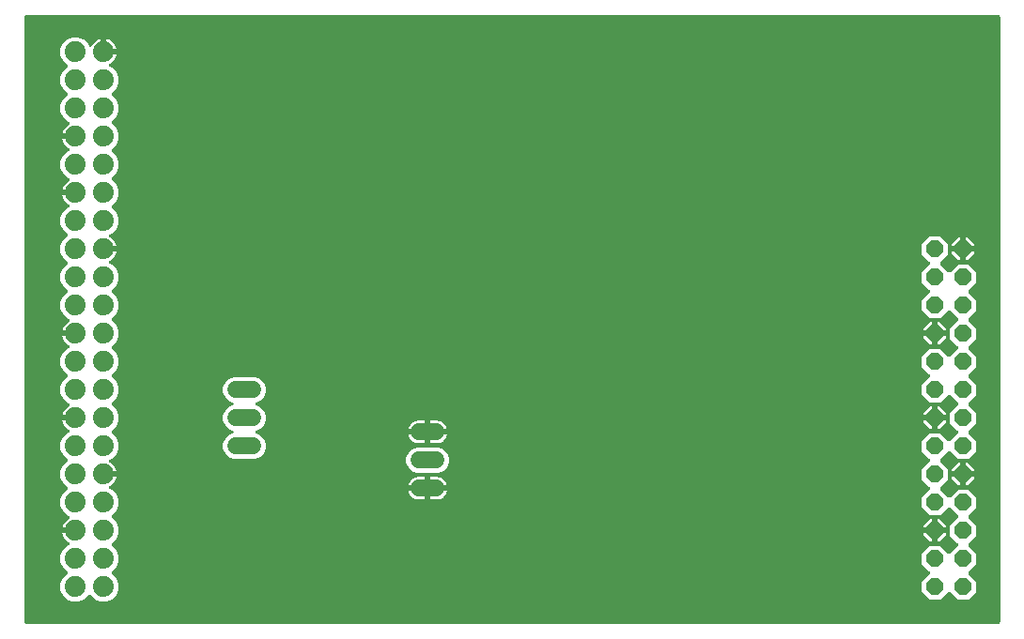
<source format=gbr>
G04 EAGLE Gerber RS-274X export*
G75*
%MOMM*%
%FSLAX34Y34*%
%LPD*%
%INTop Copper*%
%IPPOS*%
%AMOC8*
5,1,8,0,0,1.08239X$1,22.5*%
G01*
%ADD10C,1.879600*%
%ADD11P,1.649562X8X112.500000*%
%ADD12C,1.524000*%
%ADD13C,1.530000*%

G36*
X882676Y4830D02*
X882676Y4830D01*
X882702Y4828D01*
X882849Y4850D01*
X882996Y4867D01*
X883021Y4875D01*
X883047Y4879D01*
X883185Y4934D01*
X883324Y4984D01*
X883346Y4998D01*
X883371Y5008D01*
X883492Y5093D01*
X883617Y5173D01*
X883635Y5192D01*
X883657Y5207D01*
X883756Y5317D01*
X883859Y5424D01*
X883873Y5446D01*
X883890Y5466D01*
X883962Y5596D01*
X884038Y5723D01*
X884046Y5748D01*
X884059Y5771D01*
X884099Y5914D01*
X884144Y6055D01*
X884146Y6081D01*
X884154Y6106D01*
X884173Y6350D01*
X884173Y552450D01*
X884170Y552476D01*
X884172Y552502D01*
X884150Y552649D01*
X884133Y552796D01*
X884125Y552821D01*
X884121Y552847D01*
X884066Y552985D01*
X884016Y553124D01*
X884002Y553146D01*
X883992Y553171D01*
X883907Y553292D01*
X883827Y553417D01*
X883808Y553435D01*
X883793Y553457D01*
X883683Y553556D01*
X883576Y553659D01*
X883554Y553673D01*
X883534Y553690D01*
X883404Y553762D01*
X883277Y553838D01*
X883252Y553846D01*
X883229Y553859D01*
X883086Y553899D01*
X882945Y553944D01*
X882919Y553946D01*
X882894Y553954D01*
X882650Y553973D01*
X6350Y553973D01*
X6324Y553970D01*
X6298Y553972D01*
X6151Y553950D01*
X6004Y553933D01*
X5979Y553925D01*
X5953Y553921D01*
X5815Y553866D01*
X5676Y553816D01*
X5654Y553802D01*
X5629Y553792D01*
X5508Y553707D01*
X5383Y553627D01*
X5365Y553608D01*
X5343Y553593D01*
X5244Y553483D01*
X5141Y553376D01*
X5127Y553354D01*
X5110Y553334D01*
X5038Y553204D01*
X4962Y553077D01*
X4954Y553052D01*
X4941Y553029D01*
X4901Y552886D01*
X4856Y552745D01*
X4854Y552719D01*
X4846Y552694D01*
X4827Y552450D01*
X4827Y6350D01*
X4830Y6324D01*
X4828Y6298D01*
X4850Y6151D01*
X4867Y6004D01*
X4875Y5979D01*
X4879Y5953D01*
X4934Y5815D01*
X4984Y5676D01*
X4998Y5654D01*
X5008Y5629D01*
X5093Y5508D01*
X5173Y5383D01*
X5192Y5365D01*
X5207Y5343D01*
X5317Y5244D01*
X5424Y5141D01*
X5446Y5127D01*
X5466Y5110D01*
X5596Y5038D01*
X5723Y4962D01*
X5748Y4954D01*
X5771Y4941D01*
X5914Y4901D01*
X6055Y4856D01*
X6081Y4854D01*
X6106Y4846D01*
X6350Y4827D01*
X882650Y4827D01*
X882676Y4830D01*
G37*
%LPC*%
G36*
X48122Y24637D02*
X48122Y24637D01*
X43174Y26687D01*
X39387Y30474D01*
X37337Y35422D01*
X37337Y40778D01*
X39387Y45726D01*
X43384Y49723D01*
X43400Y49743D01*
X43420Y49760D01*
X43508Y49880D01*
X43600Y49996D01*
X43612Y50020D01*
X43627Y50041D01*
X43686Y50177D01*
X43749Y50311D01*
X43755Y50337D01*
X43765Y50361D01*
X43791Y50507D01*
X43823Y50652D01*
X43822Y50678D01*
X43827Y50704D01*
X43819Y50852D01*
X43817Y51000D01*
X43810Y51026D01*
X43809Y51052D01*
X43768Y51194D01*
X43732Y51338D01*
X43720Y51361D01*
X43712Y51387D01*
X43640Y51516D01*
X43572Y51648D01*
X43555Y51668D01*
X43542Y51691D01*
X43384Y51877D01*
X39387Y55874D01*
X37337Y60822D01*
X37337Y66178D01*
X39387Y71126D01*
X43174Y74913D01*
X44964Y75655D01*
X45000Y75674D01*
X45038Y75688D01*
X45152Y75759D01*
X45269Y75824D01*
X45299Y75851D01*
X45333Y75873D01*
X45428Y75968D01*
X45527Y76058D01*
X45550Y76092D01*
X45579Y76120D01*
X45649Y76235D01*
X45725Y76345D01*
X45740Y76383D01*
X45761Y76417D01*
X45804Y76545D01*
X45853Y76669D01*
X45859Y76709D01*
X45872Y76748D01*
X45884Y76881D01*
X45904Y77014D01*
X45900Y77054D01*
X45904Y77095D01*
X45886Y77228D01*
X45875Y77361D01*
X45862Y77400D01*
X45857Y77440D01*
X45809Y77565D01*
X45768Y77693D01*
X45747Y77728D01*
X45732Y77766D01*
X45657Y77877D01*
X45588Y77991D01*
X45559Y78021D01*
X45537Y78054D01*
X45439Y78145D01*
X45345Y78241D01*
X45311Y78263D01*
X45281Y78291D01*
X45073Y78419D01*
X44543Y78689D01*
X43022Y79794D01*
X41694Y81122D01*
X40589Y82643D01*
X39736Y84317D01*
X39155Y86104D01*
X39115Y86361D01*
X49784Y86361D01*
X49810Y86364D01*
X49836Y86362D01*
X49983Y86384D01*
X50130Y86401D01*
X50155Y86409D01*
X50181Y86413D01*
X50318Y86468D01*
X50458Y86518D01*
X50480Y86532D01*
X50505Y86542D01*
X50626Y86627D01*
X50751Y86707D01*
X50769Y86726D01*
X50791Y86741D01*
X50890Y86851D01*
X50993Y86958D01*
X51007Y86980D01*
X51024Y87000D01*
X51096Y87130D01*
X51172Y87257D01*
X51180Y87282D01*
X51193Y87305D01*
X51233Y87448D01*
X51278Y87589D01*
X51280Y87615D01*
X51287Y87640D01*
X51307Y87884D01*
X51307Y89916D01*
X51304Y89942D01*
X51306Y89968D01*
X51284Y90115D01*
X51267Y90262D01*
X51258Y90287D01*
X51254Y90313D01*
X51200Y90451D01*
X51150Y90590D01*
X51135Y90612D01*
X51126Y90637D01*
X51041Y90758D01*
X50961Y90883D01*
X50942Y90901D01*
X50927Y90923D01*
X50817Y91022D01*
X50710Y91125D01*
X50687Y91139D01*
X50668Y91156D01*
X50538Y91228D01*
X50411Y91304D01*
X50386Y91312D01*
X50363Y91325D01*
X50220Y91365D01*
X50079Y91410D01*
X50053Y91412D01*
X50028Y91420D01*
X49784Y91439D01*
X39115Y91439D01*
X39155Y91696D01*
X39736Y93483D01*
X40589Y95157D01*
X41694Y96678D01*
X43022Y98006D01*
X44543Y99111D01*
X45073Y99381D01*
X45106Y99403D01*
X45144Y99420D01*
X45252Y99500D01*
X45363Y99574D01*
X45391Y99603D01*
X45424Y99628D01*
X45510Y99730D01*
X45602Y99827D01*
X45622Y99863D01*
X45649Y99894D01*
X45710Y100013D01*
X45777Y100129D01*
X45789Y100167D01*
X45808Y100204D01*
X45840Y100334D01*
X45879Y100462D01*
X45882Y100502D01*
X45892Y100542D01*
X45894Y100676D01*
X45903Y100809D01*
X45896Y100850D01*
X45897Y100890D01*
X45868Y101021D01*
X45847Y101153D01*
X45831Y101191D01*
X45822Y101231D01*
X45765Y101352D01*
X45714Y101476D01*
X45690Y101509D01*
X45673Y101546D01*
X45589Y101650D01*
X45511Y101759D01*
X45481Y101786D01*
X45455Y101818D01*
X45350Y101901D01*
X45250Y101989D01*
X45214Y102009D01*
X45182Y102034D01*
X44964Y102145D01*
X43174Y102887D01*
X39387Y106674D01*
X37337Y111622D01*
X37337Y116978D01*
X39387Y121926D01*
X43384Y125923D01*
X43400Y125943D01*
X43420Y125960D01*
X43508Y126080D01*
X43600Y126196D01*
X43612Y126220D01*
X43627Y126241D01*
X43686Y126377D01*
X43749Y126511D01*
X43755Y126537D01*
X43765Y126561D01*
X43791Y126707D01*
X43823Y126852D01*
X43822Y126878D01*
X43827Y126904D01*
X43819Y127052D01*
X43817Y127200D01*
X43810Y127226D01*
X43809Y127252D01*
X43768Y127394D01*
X43732Y127538D01*
X43720Y127561D01*
X43712Y127587D01*
X43640Y127716D01*
X43572Y127848D01*
X43555Y127868D01*
X43542Y127891D01*
X43384Y128077D01*
X39387Y132074D01*
X37337Y137022D01*
X37337Y142378D01*
X39387Y147326D01*
X43384Y151323D01*
X43400Y151343D01*
X43420Y151360D01*
X43508Y151480D01*
X43600Y151596D01*
X43612Y151620D01*
X43627Y151641D01*
X43686Y151777D01*
X43749Y151911D01*
X43755Y151937D01*
X43765Y151961D01*
X43791Y152107D01*
X43823Y152252D01*
X43822Y152278D01*
X43827Y152304D01*
X43819Y152452D01*
X43817Y152600D01*
X43810Y152626D01*
X43809Y152652D01*
X43768Y152794D01*
X43732Y152938D01*
X43720Y152961D01*
X43712Y152987D01*
X43640Y153116D01*
X43572Y153248D01*
X43555Y153268D01*
X43542Y153291D01*
X43384Y153477D01*
X39387Y157474D01*
X37337Y162422D01*
X37337Y167778D01*
X39387Y172726D01*
X43174Y176513D01*
X44964Y177255D01*
X45000Y177274D01*
X45038Y177288D01*
X45152Y177359D01*
X45269Y177424D01*
X45299Y177451D01*
X45333Y177473D01*
X45428Y177568D01*
X45527Y177658D01*
X45550Y177692D01*
X45579Y177720D01*
X45649Y177835D01*
X45725Y177945D01*
X45740Y177983D01*
X45761Y178017D01*
X45804Y178145D01*
X45853Y178269D01*
X45859Y178309D01*
X45872Y178348D01*
X45884Y178481D01*
X45904Y178614D01*
X45900Y178654D01*
X45904Y178695D01*
X45886Y178828D01*
X45875Y178961D01*
X45862Y179000D01*
X45857Y179040D01*
X45809Y179165D01*
X45768Y179293D01*
X45747Y179328D01*
X45732Y179366D01*
X45657Y179477D01*
X45588Y179591D01*
X45559Y179621D01*
X45537Y179654D01*
X45439Y179745D01*
X45345Y179841D01*
X45311Y179863D01*
X45281Y179891D01*
X45073Y180019D01*
X44543Y180289D01*
X43022Y181394D01*
X41694Y182722D01*
X40589Y184243D01*
X39736Y185917D01*
X39155Y187704D01*
X39115Y187961D01*
X49784Y187961D01*
X49810Y187964D01*
X49836Y187962D01*
X49983Y187984D01*
X50130Y188001D01*
X50155Y188009D01*
X50181Y188013D01*
X50318Y188068D01*
X50458Y188118D01*
X50480Y188132D01*
X50505Y188142D01*
X50626Y188227D01*
X50751Y188307D01*
X50769Y188326D01*
X50791Y188341D01*
X50890Y188451D01*
X50993Y188558D01*
X51007Y188580D01*
X51024Y188600D01*
X51096Y188730D01*
X51172Y188857D01*
X51180Y188882D01*
X51193Y188905D01*
X51233Y189048D01*
X51278Y189189D01*
X51280Y189215D01*
X51287Y189240D01*
X51307Y189484D01*
X51307Y191516D01*
X51304Y191542D01*
X51306Y191568D01*
X51284Y191715D01*
X51267Y191862D01*
X51258Y191887D01*
X51254Y191913D01*
X51200Y192051D01*
X51150Y192190D01*
X51135Y192212D01*
X51126Y192237D01*
X51041Y192358D01*
X50961Y192483D01*
X50942Y192501D01*
X50927Y192523D01*
X50817Y192622D01*
X50710Y192725D01*
X50687Y192739D01*
X50668Y192756D01*
X50538Y192828D01*
X50411Y192904D01*
X50386Y192912D01*
X50363Y192925D01*
X50220Y192965D01*
X50079Y193010D01*
X50053Y193012D01*
X50028Y193020D01*
X49784Y193039D01*
X39115Y193039D01*
X39155Y193296D01*
X39736Y195083D01*
X40589Y196757D01*
X41694Y198278D01*
X43022Y199606D01*
X44543Y200711D01*
X45073Y200981D01*
X45106Y201003D01*
X45144Y201020D01*
X45251Y201100D01*
X45363Y201174D01*
X45391Y201203D01*
X45424Y201228D01*
X45510Y201330D01*
X45602Y201427D01*
X45622Y201462D01*
X45649Y201494D01*
X45710Y201613D01*
X45777Y201729D01*
X45789Y201768D01*
X45807Y201804D01*
X45840Y201934D01*
X45879Y202062D01*
X45882Y202102D01*
X45892Y202142D01*
X45894Y202276D01*
X45903Y202410D01*
X45896Y202450D01*
X45897Y202490D01*
X45868Y202621D01*
X45847Y202754D01*
X45831Y202791D01*
X45822Y202831D01*
X45765Y202952D01*
X45714Y203076D01*
X45690Y203109D01*
X45673Y203146D01*
X45589Y203250D01*
X45511Y203359D01*
X45481Y203386D01*
X45455Y203418D01*
X45350Y203501D01*
X45250Y203590D01*
X45214Y203609D01*
X45182Y203634D01*
X44964Y203745D01*
X43174Y204487D01*
X39387Y208274D01*
X37337Y213222D01*
X37337Y218578D01*
X39387Y223526D01*
X43384Y227523D01*
X43400Y227543D01*
X43420Y227560D01*
X43508Y227680D01*
X43600Y227796D01*
X43612Y227820D01*
X43627Y227841D01*
X43686Y227977D01*
X43749Y228111D01*
X43755Y228137D01*
X43765Y228161D01*
X43791Y228307D01*
X43823Y228452D01*
X43822Y228478D01*
X43827Y228504D01*
X43819Y228652D01*
X43817Y228800D01*
X43810Y228826D01*
X43809Y228852D01*
X43768Y228994D01*
X43732Y229138D01*
X43720Y229161D01*
X43712Y229187D01*
X43640Y229316D01*
X43572Y229448D01*
X43555Y229468D01*
X43542Y229491D01*
X43384Y229677D01*
X39387Y233674D01*
X37337Y238622D01*
X37337Y243978D01*
X39387Y248926D01*
X43174Y252713D01*
X44964Y253455D01*
X44999Y253474D01*
X45038Y253488D01*
X45152Y253559D01*
X45269Y253624D01*
X45299Y253651D01*
X45333Y253673D01*
X45427Y253768D01*
X45527Y253858D01*
X45550Y253892D01*
X45579Y253920D01*
X45649Y254034D01*
X45725Y254145D01*
X45740Y254183D01*
X45761Y254217D01*
X45804Y254345D01*
X45853Y254469D01*
X45859Y254509D01*
X45872Y254548D01*
X45884Y254681D01*
X45904Y254814D01*
X45900Y254854D01*
X45904Y254895D01*
X45886Y255027D01*
X45875Y255161D01*
X45862Y255200D01*
X45857Y255240D01*
X45809Y255365D01*
X45768Y255493D01*
X45747Y255528D01*
X45732Y255566D01*
X45657Y255676D01*
X45588Y255791D01*
X45559Y255821D01*
X45537Y255854D01*
X45439Y255945D01*
X45345Y256041D01*
X45311Y256063D01*
X45281Y256091D01*
X45073Y256219D01*
X44543Y256489D01*
X43022Y257594D01*
X41694Y258922D01*
X40589Y260443D01*
X39736Y262117D01*
X39155Y263904D01*
X39115Y264161D01*
X49784Y264161D01*
X49810Y264164D01*
X49836Y264162D01*
X49983Y264184D01*
X50130Y264201D01*
X50155Y264209D01*
X50181Y264213D01*
X50318Y264268D01*
X50458Y264318D01*
X50480Y264332D01*
X50505Y264342D01*
X50626Y264427D01*
X50751Y264507D01*
X50769Y264526D01*
X50791Y264541D01*
X50890Y264651D01*
X50993Y264758D01*
X51007Y264780D01*
X51024Y264800D01*
X51096Y264930D01*
X51172Y265057D01*
X51180Y265082D01*
X51193Y265105D01*
X51233Y265248D01*
X51278Y265389D01*
X51280Y265415D01*
X51287Y265440D01*
X51307Y265684D01*
X51307Y267716D01*
X51304Y267742D01*
X51306Y267768D01*
X51284Y267915D01*
X51267Y268062D01*
X51258Y268087D01*
X51254Y268113D01*
X51200Y268251D01*
X51150Y268390D01*
X51135Y268412D01*
X51126Y268437D01*
X51041Y268558D01*
X50961Y268683D01*
X50942Y268701D01*
X50927Y268723D01*
X50817Y268822D01*
X50710Y268925D01*
X50687Y268939D01*
X50668Y268956D01*
X50538Y269028D01*
X50411Y269104D01*
X50386Y269112D01*
X50363Y269125D01*
X50220Y269165D01*
X50079Y269210D01*
X50053Y269212D01*
X50028Y269220D01*
X49784Y269239D01*
X39115Y269239D01*
X39155Y269496D01*
X39736Y271283D01*
X40589Y272957D01*
X41694Y274478D01*
X43022Y275806D01*
X44543Y276911D01*
X45073Y277181D01*
X45106Y277203D01*
X45144Y277220D01*
X45251Y277300D01*
X45363Y277374D01*
X45391Y277403D01*
X45424Y277428D01*
X45510Y277530D01*
X45602Y277627D01*
X45622Y277662D01*
X45649Y277694D01*
X45710Y277813D01*
X45777Y277929D01*
X45789Y277968D01*
X45807Y278004D01*
X45840Y278134D01*
X45879Y278262D01*
X45882Y278302D01*
X45892Y278342D01*
X45894Y278476D01*
X45903Y278610D01*
X45896Y278650D01*
X45897Y278690D01*
X45868Y278821D01*
X45847Y278954D01*
X45831Y278991D01*
X45822Y279031D01*
X45765Y279152D01*
X45714Y279276D01*
X45690Y279309D01*
X45673Y279346D01*
X45589Y279450D01*
X45511Y279559D01*
X45481Y279586D01*
X45455Y279618D01*
X45350Y279701D01*
X45250Y279790D01*
X45214Y279809D01*
X45182Y279834D01*
X44964Y279945D01*
X43174Y280687D01*
X39387Y284474D01*
X37337Y289422D01*
X37337Y294778D01*
X39387Y299726D01*
X43384Y303723D01*
X43400Y303743D01*
X43420Y303760D01*
X43508Y303880D01*
X43600Y303996D01*
X43612Y304020D01*
X43627Y304041D01*
X43686Y304177D01*
X43749Y304311D01*
X43755Y304337D01*
X43765Y304361D01*
X43791Y304507D01*
X43823Y304652D01*
X43822Y304678D01*
X43827Y304704D01*
X43819Y304852D01*
X43817Y305000D01*
X43810Y305026D01*
X43809Y305052D01*
X43768Y305194D01*
X43732Y305338D01*
X43720Y305361D01*
X43712Y305387D01*
X43640Y305516D01*
X43572Y305648D01*
X43555Y305668D01*
X43542Y305691D01*
X43384Y305877D01*
X39387Y309874D01*
X37337Y314822D01*
X37337Y320178D01*
X39387Y325126D01*
X43384Y329123D01*
X43400Y329143D01*
X43420Y329160D01*
X43508Y329280D01*
X43600Y329396D01*
X43612Y329420D01*
X43627Y329441D01*
X43686Y329577D01*
X43749Y329711D01*
X43755Y329737D01*
X43765Y329761D01*
X43791Y329907D01*
X43823Y330052D01*
X43822Y330078D01*
X43827Y330104D01*
X43819Y330252D01*
X43817Y330400D01*
X43810Y330426D01*
X43809Y330452D01*
X43768Y330594D01*
X43732Y330738D01*
X43720Y330761D01*
X43712Y330787D01*
X43640Y330916D01*
X43572Y331048D01*
X43555Y331068D01*
X43542Y331091D01*
X43384Y331277D01*
X39387Y335274D01*
X37337Y340222D01*
X37337Y345578D01*
X39387Y350526D01*
X43384Y354523D01*
X43400Y354543D01*
X43420Y354560D01*
X43508Y354680D01*
X43600Y354796D01*
X43612Y354820D01*
X43627Y354841D01*
X43686Y354977D01*
X43749Y355111D01*
X43755Y355137D01*
X43765Y355161D01*
X43791Y355307D01*
X43823Y355452D01*
X43822Y355478D01*
X43827Y355504D01*
X43819Y355652D01*
X43817Y355800D01*
X43810Y355826D01*
X43809Y355852D01*
X43768Y355994D01*
X43732Y356138D01*
X43720Y356161D01*
X43712Y356187D01*
X43640Y356316D01*
X43572Y356448D01*
X43555Y356468D01*
X43542Y356491D01*
X43384Y356677D01*
X39387Y360674D01*
X37337Y365622D01*
X37337Y370978D01*
X39387Y375926D01*
X43174Y379713D01*
X44964Y380455D01*
X45000Y380474D01*
X45038Y380488D01*
X45152Y380559D01*
X45269Y380624D01*
X45299Y380651D01*
X45333Y380673D01*
X45428Y380768D01*
X45527Y380858D01*
X45550Y380892D01*
X45579Y380920D01*
X45649Y381035D01*
X45725Y381145D01*
X45740Y381183D01*
X45761Y381217D01*
X45804Y381345D01*
X45853Y381469D01*
X45859Y381509D01*
X45872Y381548D01*
X45884Y381681D01*
X45904Y381814D01*
X45900Y381854D01*
X45904Y381895D01*
X45886Y382028D01*
X45875Y382161D01*
X45862Y382200D01*
X45857Y382240D01*
X45809Y382365D01*
X45768Y382493D01*
X45747Y382528D01*
X45732Y382566D01*
X45657Y382677D01*
X45588Y382791D01*
X45559Y382821D01*
X45537Y382854D01*
X45439Y382945D01*
X45345Y383041D01*
X45311Y383063D01*
X45281Y383091D01*
X45073Y383219D01*
X44543Y383489D01*
X43022Y384594D01*
X41694Y385922D01*
X40589Y387443D01*
X39736Y389117D01*
X39155Y390904D01*
X39115Y391161D01*
X49784Y391161D01*
X49810Y391164D01*
X49836Y391162D01*
X49983Y391184D01*
X50130Y391201D01*
X50155Y391209D01*
X50181Y391213D01*
X50318Y391268D01*
X50458Y391318D01*
X50480Y391332D01*
X50505Y391342D01*
X50626Y391427D01*
X50751Y391507D01*
X50769Y391526D01*
X50791Y391541D01*
X50890Y391651D01*
X50993Y391758D01*
X51007Y391780D01*
X51024Y391800D01*
X51096Y391930D01*
X51172Y392057D01*
X51180Y392082D01*
X51193Y392105D01*
X51233Y392248D01*
X51278Y392389D01*
X51280Y392415D01*
X51287Y392440D01*
X51307Y392684D01*
X51307Y394716D01*
X51304Y394742D01*
X51306Y394768D01*
X51284Y394915D01*
X51267Y395062D01*
X51258Y395087D01*
X51254Y395113D01*
X51200Y395251D01*
X51150Y395390D01*
X51135Y395412D01*
X51126Y395437D01*
X51041Y395558D01*
X50961Y395683D01*
X50942Y395701D01*
X50927Y395723D01*
X50817Y395822D01*
X50710Y395925D01*
X50687Y395939D01*
X50668Y395956D01*
X50538Y396028D01*
X50411Y396104D01*
X50386Y396112D01*
X50363Y396125D01*
X50220Y396165D01*
X50079Y396210D01*
X50053Y396212D01*
X50028Y396220D01*
X49784Y396239D01*
X39115Y396239D01*
X39155Y396496D01*
X39736Y398283D01*
X40589Y399957D01*
X41694Y401478D01*
X43022Y402806D01*
X44543Y403911D01*
X45073Y404181D01*
X45106Y404203D01*
X45144Y404220D01*
X45252Y404300D01*
X45363Y404374D01*
X45391Y404403D01*
X45424Y404428D01*
X45510Y404530D01*
X45602Y404627D01*
X45622Y404663D01*
X45649Y404694D01*
X45710Y404813D01*
X45777Y404929D01*
X45789Y404967D01*
X45808Y405004D01*
X45840Y405134D01*
X45879Y405262D01*
X45882Y405302D01*
X45892Y405342D01*
X45894Y405476D01*
X45903Y405609D01*
X45896Y405650D01*
X45897Y405690D01*
X45868Y405821D01*
X45847Y405953D01*
X45831Y405991D01*
X45822Y406031D01*
X45765Y406152D01*
X45714Y406276D01*
X45690Y406309D01*
X45673Y406346D01*
X45589Y406450D01*
X45511Y406559D01*
X45481Y406586D01*
X45455Y406618D01*
X45350Y406701D01*
X45250Y406789D01*
X45214Y406809D01*
X45182Y406834D01*
X44964Y406945D01*
X43174Y407687D01*
X39387Y411474D01*
X37337Y416422D01*
X37337Y421778D01*
X39387Y426726D01*
X43174Y430513D01*
X44964Y431255D01*
X45000Y431274D01*
X45038Y431288D01*
X45152Y431359D01*
X45269Y431424D01*
X45299Y431451D01*
X45333Y431473D01*
X45428Y431568D01*
X45527Y431658D01*
X45550Y431692D01*
X45579Y431720D01*
X45649Y431835D01*
X45725Y431945D01*
X45740Y431983D01*
X45761Y432017D01*
X45804Y432145D01*
X45853Y432269D01*
X45859Y432309D01*
X45872Y432348D01*
X45884Y432481D01*
X45904Y432614D01*
X45900Y432654D01*
X45904Y432695D01*
X45886Y432828D01*
X45875Y432961D01*
X45862Y433000D01*
X45857Y433040D01*
X45809Y433165D01*
X45768Y433293D01*
X45747Y433328D01*
X45732Y433366D01*
X45657Y433477D01*
X45588Y433591D01*
X45559Y433621D01*
X45537Y433654D01*
X45439Y433745D01*
X45345Y433841D01*
X45311Y433863D01*
X45281Y433891D01*
X45073Y434019D01*
X44543Y434289D01*
X43022Y435394D01*
X41694Y436722D01*
X40589Y438243D01*
X39736Y439917D01*
X39155Y441704D01*
X39115Y441961D01*
X49784Y441961D01*
X49810Y441964D01*
X49836Y441962D01*
X49983Y441984D01*
X50130Y442001D01*
X50155Y442009D01*
X50181Y442013D01*
X50318Y442068D01*
X50458Y442118D01*
X50480Y442132D01*
X50505Y442142D01*
X50626Y442227D01*
X50751Y442307D01*
X50769Y442326D01*
X50791Y442341D01*
X50890Y442451D01*
X50993Y442558D01*
X51007Y442580D01*
X51024Y442600D01*
X51096Y442730D01*
X51172Y442857D01*
X51180Y442882D01*
X51193Y442905D01*
X51233Y443048D01*
X51278Y443189D01*
X51280Y443215D01*
X51287Y443240D01*
X51307Y443484D01*
X51307Y445516D01*
X51304Y445542D01*
X51306Y445568D01*
X51284Y445715D01*
X51267Y445862D01*
X51258Y445887D01*
X51254Y445913D01*
X51200Y446051D01*
X51150Y446190D01*
X51135Y446212D01*
X51126Y446237D01*
X51041Y446358D01*
X50961Y446483D01*
X50942Y446501D01*
X50927Y446523D01*
X50817Y446622D01*
X50710Y446725D01*
X50687Y446739D01*
X50668Y446756D01*
X50538Y446828D01*
X50411Y446904D01*
X50386Y446912D01*
X50363Y446925D01*
X50220Y446965D01*
X50079Y447010D01*
X50053Y447012D01*
X50028Y447020D01*
X49784Y447039D01*
X39115Y447039D01*
X39155Y447296D01*
X39736Y449083D01*
X40589Y450757D01*
X41694Y452278D01*
X43022Y453606D01*
X44543Y454711D01*
X45073Y454981D01*
X45106Y455003D01*
X45144Y455020D01*
X45251Y455100D01*
X45363Y455174D01*
X45391Y455203D01*
X45424Y455228D01*
X45510Y455330D01*
X45602Y455427D01*
X45622Y455462D01*
X45649Y455494D01*
X45710Y455613D01*
X45777Y455729D01*
X45789Y455768D01*
X45807Y455804D01*
X45840Y455934D01*
X45879Y456062D01*
X45882Y456102D01*
X45892Y456142D01*
X45894Y456276D01*
X45903Y456410D01*
X45896Y456450D01*
X45897Y456490D01*
X45868Y456621D01*
X45847Y456754D01*
X45831Y456791D01*
X45822Y456831D01*
X45765Y456952D01*
X45714Y457076D01*
X45690Y457109D01*
X45673Y457146D01*
X45589Y457250D01*
X45511Y457359D01*
X45481Y457386D01*
X45455Y457418D01*
X45350Y457501D01*
X45250Y457590D01*
X45214Y457609D01*
X45182Y457634D01*
X44964Y457745D01*
X43174Y458487D01*
X39387Y462274D01*
X37337Y467222D01*
X37337Y472578D01*
X39387Y477526D01*
X43384Y481523D01*
X43400Y481543D01*
X43420Y481560D01*
X43508Y481680D01*
X43600Y481796D01*
X43612Y481820D01*
X43627Y481841D01*
X43686Y481977D01*
X43749Y482111D01*
X43755Y482137D01*
X43765Y482161D01*
X43791Y482307D01*
X43823Y482452D01*
X43822Y482478D01*
X43827Y482504D01*
X43819Y482652D01*
X43817Y482800D01*
X43810Y482826D01*
X43809Y482852D01*
X43768Y482994D01*
X43732Y483138D01*
X43720Y483161D01*
X43712Y483187D01*
X43640Y483316D01*
X43572Y483448D01*
X43555Y483468D01*
X43542Y483491D01*
X43384Y483677D01*
X39387Y487674D01*
X37337Y492622D01*
X37337Y497978D01*
X39387Y502926D01*
X43384Y506923D01*
X43400Y506943D01*
X43420Y506960D01*
X43508Y507080D01*
X43600Y507196D01*
X43612Y507220D01*
X43627Y507241D01*
X43686Y507377D01*
X43749Y507511D01*
X43755Y507537D01*
X43765Y507561D01*
X43791Y507707D01*
X43823Y507852D01*
X43822Y507878D01*
X43827Y507904D01*
X43819Y508052D01*
X43817Y508200D01*
X43810Y508226D01*
X43809Y508252D01*
X43768Y508394D01*
X43732Y508538D01*
X43720Y508561D01*
X43712Y508587D01*
X43640Y508716D01*
X43572Y508848D01*
X43555Y508868D01*
X43542Y508891D01*
X43384Y509077D01*
X39387Y513074D01*
X37337Y518022D01*
X37337Y523378D01*
X39387Y528326D01*
X43174Y532113D01*
X48122Y534163D01*
X53478Y534163D01*
X58426Y532113D01*
X62213Y528326D01*
X62955Y526536D01*
X62974Y526500D01*
X62988Y526462D01*
X63059Y526348D01*
X63124Y526231D01*
X63151Y526201D01*
X63173Y526167D01*
X63268Y526072D01*
X63358Y525973D01*
X63392Y525950D01*
X63420Y525921D01*
X63535Y525851D01*
X63645Y525775D01*
X63683Y525760D01*
X63717Y525739D01*
X63845Y525696D01*
X63969Y525647D01*
X64009Y525641D01*
X64048Y525628D01*
X64181Y525616D01*
X64314Y525596D01*
X64354Y525600D01*
X64395Y525596D01*
X64528Y525614D01*
X64661Y525625D01*
X64700Y525638D01*
X64740Y525643D01*
X64865Y525691D01*
X64993Y525732D01*
X65028Y525753D01*
X65066Y525768D01*
X65177Y525843D01*
X65291Y525912D01*
X65321Y525941D01*
X65354Y525963D01*
X65445Y526061D01*
X65541Y526155D01*
X65563Y526189D01*
X65591Y526219D01*
X65719Y526427D01*
X65989Y526957D01*
X67094Y528478D01*
X68422Y529806D01*
X69943Y530911D01*
X71617Y531764D01*
X73404Y532345D01*
X73661Y532385D01*
X73661Y521716D01*
X73664Y521690D01*
X73662Y521664D01*
X73684Y521517D01*
X73701Y521370D01*
X73709Y521345D01*
X73713Y521319D01*
X73768Y521182D01*
X73818Y521042D01*
X73832Y521020D01*
X73842Y520995D01*
X73927Y520874D01*
X74007Y520749D01*
X74026Y520731D01*
X74041Y520709D01*
X74151Y520610D01*
X74258Y520507D01*
X74280Y520493D01*
X74300Y520476D01*
X74430Y520404D01*
X74557Y520328D01*
X74582Y520320D01*
X74605Y520307D01*
X74748Y520267D01*
X74889Y520222D01*
X74915Y520220D01*
X74940Y520213D01*
X75184Y520193D01*
X75693Y520193D01*
X75693Y519684D01*
X75696Y519658D01*
X75694Y519633D01*
X75694Y519632D01*
X75716Y519485D01*
X75733Y519338D01*
X75742Y519313D01*
X75746Y519287D01*
X75800Y519149D01*
X75850Y519010D01*
X75865Y518988D01*
X75874Y518963D01*
X75959Y518842D01*
X76039Y518717D01*
X76058Y518699D01*
X76073Y518677D01*
X76183Y518578D01*
X76290Y518475D01*
X76313Y518461D01*
X76332Y518444D01*
X76462Y518372D01*
X76589Y518296D01*
X76614Y518288D01*
X76637Y518275D01*
X76780Y518235D01*
X76921Y518190D01*
X76947Y518187D01*
X76972Y518180D01*
X77216Y518161D01*
X87885Y518161D01*
X87845Y517904D01*
X87264Y516117D01*
X86411Y514443D01*
X85306Y512922D01*
X83978Y511594D01*
X82457Y510489D01*
X81927Y510219D01*
X81894Y510197D01*
X81856Y510180D01*
X81749Y510100D01*
X81637Y510026D01*
X81609Y509997D01*
X81576Y509972D01*
X81490Y509870D01*
X81398Y509773D01*
X81378Y509738D01*
X81351Y509706D01*
X81290Y509587D01*
X81223Y509471D01*
X81211Y509432D01*
X81193Y509396D01*
X81160Y509266D01*
X81121Y509138D01*
X81118Y509098D01*
X81108Y509058D01*
X81106Y508924D01*
X81097Y508790D01*
X81104Y508750D01*
X81103Y508710D01*
X81132Y508579D01*
X81153Y508446D01*
X81169Y508409D01*
X81178Y508369D01*
X81235Y508248D01*
X81286Y508124D01*
X81310Y508091D01*
X81327Y508054D01*
X81411Y507950D01*
X81489Y507841D01*
X81519Y507814D01*
X81545Y507782D01*
X81650Y507699D01*
X81750Y507610D01*
X81786Y507591D01*
X81818Y507566D01*
X82036Y507455D01*
X83826Y506713D01*
X87613Y502926D01*
X89663Y497978D01*
X89663Y492622D01*
X87613Y487674D01*
X83616Y483677D01*
X83600Y483657D01*
X83580Y483640D01*
X83492Y483520D01*
X83400Y483404D01*
X83388Y483380D01*
X83373Y483359D01*
X83314Y483223D01*
X83251Y483089D01*
X83245Y483063D01*
X83235Y483039D01*
X83209Y482893D01*
X83177Y482748D01*
X83178Y482722D01*
X83173Y482696D01*
X83181Y482548D01*
X83183Y482400D01*
X83190Y482374D01*
X83191Y482348D01*
X83232Y482206D01*
X83268Y482062D01*
X83280Y482039D01*
X83288Y482013D01*
X83360Y481884D01*
X83428Y481752D01*
X83445Y481732D01*
X83458Y481709D01*
X83616Y481523D01*
X87613Y477526D01*
X89663Y472578D01*
X89663Y467222D01*
X87613Y462274D01*
X83616Y458277D01*
X83600Y458257D01*
X83580Y458240D01*
X83532Y458175D01*
X83516Y458158D01*
X83500Y458131D01*
X83492Y458120D01*
X83400Y458004D01*
X83388Y457980D01*
X83373Y457959D01*
X83314Y457823D01*
X83251Y457689D01*
X83245Y457663D01*
X83235Y457639D01*
X83209Y457493D01*
X83177Y457348D01*
X83178Y457322D01*
X83173Y457296D01*
X83181Y457148D01*
X83183Y457000D01*
X83190Y456974D01*
X83191Y456948D01*
X83232Y456806D01*
X83268Y456662D01*
X83280Y456639D01*
X83288Y456613D01*
X83360Y456484D01*
X83428Y456352D01*
X83445Y456332D01*
X83458Y456309D01*
X83616Y456123D01*
X87613Y452126D01*
X89663Y447178D01*
X89663Y441822D01*
X87613Y436874D01*
X83616Y432877D01*
X83600Y432857D01*
X83580Y432840D01*
X83492Y432720D01*
X83400Y432604D01*
X83388Y432580D01*
X83373Y432559D01*
X83314Y432423D01*
X83251Y432289D01*
X83245Y432263D01*
X83235Y432239D01*
X83209Y432093D01*
X83177Y431948D01*
X83178Y431922D01*
X83173Y431896D01*
X83181Y431748D01*
X83183Y431600D01*
X83190Y431574D01*
X83191Y431548D01*
X83232Y431406D01*
X83268Y431262D01*
X83280Y431239D01*
X83288Y431213D01*
X83360Y431084D01*
X83428Y430952D01*
X83445Y430932D01*
X83458Y430909D01*
X83616Y430723D01*
X87613Y426726D01*
X89663Y421778D01*
X89663Y416422D01*
X87613Y411474D01*
X83616Y407477D01*
X83600Y407457D01*
X83580Y407440D01*
X83492Y407320D01*
X83400Y407204D01*
X83388Y407180D01*
X83373Y407159D01*
X83314Y407023D01*
X83251Y406889D01*
X83245Y406863D01*
X83235Y406839D01*
X83209Y406693D01*
X83177Y406548D01*
X83178Y406522D01*
X83173Y406496D01*
X83181Y406348D01*
X83183Y406200D01*
X83190Y406174D01*
X83191Y406148D01*
X83232Y406006D01*
X83268Y405862D01*
X83280Y405839D01*
X83288Y405813D01*
X83360Y405684D01*
X83428Y405552D01*
X83445Y405532D01*
X83458Y405509D01*
X83616Y405323D01*
X87613Y401326D01*
X89663Y396378D01*
X89663Y391022D01*
X87613Y386074D01*
X83616Y382077D01*
X83600Y382057D01*
X83580Y382040D01*
X83492Y381920D01*
X83400Y381804D01*
X83388Y381780D01*
X83373Y381759D01*
X83314Y381623D01*
X83251Y381489D01*
X83245Y381463D01*
X83235Y381439D01*
X83209Y381293D01*
X83177Y381148D01*
X83178Y381122D01*
X83173Y381096D01*
X83181Y380948D01*
X83183Y380800D01*
X83190Y380774D01*
X83191Y380748D01*
X83232Y380606D01*
X83268Y380462D01*
X83280Y380439D01*
X83288Y380413D01*
X83360Y380284D01*
X83428Y380152D01*
X83445Y380132D01*
X83458Y380109D01*
X83616Y379923D01*
X87613Y375926D01*
X89663Y370978D01*
X89663Y365622D01*
X87613Y360674D01*
X83826Y356887D01*
X82036Y356145D01*
X82000Y356126D01*
X81962Y356112D01*
X81848Y356041D01*
X81731Y355976D01*
X81701Y355949D01*
X81667Y355927D01*
X81572Y355832D01*
X81473Y355742D01*
X81450Y355708D01*
X81421Y355680D01*
X81351Y355565D01*
X81275Y355455D01*
X81260Y355417D01*
X81239Y355383D01*
X81196Y355255D01*
X81147Y355131D01*
X81141Y355091D01*
X81128Y355052D01*
X81116Y354919D01*
X81096Y354786D01*
X81100Y354746D01*
X81096Y354705D01*
X81114Y354572D01*
X81125Y354439D01*
X81138Y354400D01*
X81143Y354360D01*
X81191Y354235D01*
X81232Y354107D01*
X81253Y354072D01*
X81268Y354034D01*
X81343Y353923D01*
X81412Y353809D01*
X81441Y353779D01*
X81463Y353746D01*
X81561Y353655D01*
X81655Y353559D01*
X81689Y353537D01*
X81719Y353509D01*
X81927Y353381D01*
X82457Y353111D01*
X83978Y352006D01*
X85306Y350678D01*
X86411Y349157D01*
X87264Y347483D01*
X87845Y345696D01*
X87885Y345439D01*
X77216Y345439D01*
X77190Y345436D01*
X77164Y345438D01*
X77017Y345416D01*
X76870Y345399D01*
X76845Y345391D01*
X76819Y345387D01*
X76682Y345332D01*
X76542Y345282D01*
X76520Y345268D01*
X76495Y345258D01*
X76374Y345173D01*
X76249Y345093D01*
X76231Y345074D01*
X76209Y345059D01*
X76110Y344949D01*
X76007Y344842D01*
X75993Y344820D01*
X75976Y344800D01*
X75904Y344670D01*
X75828Y344543D01*
X75820Y344518D01*
X75807Y344495D01*
X75767Y344352D01*
X75722Y344211D01*
X75720Y344185D01*
X75713Y344160D01*
X75693Y343916D01*
X75693Y341884D01*
X75696Y341858D01*
X75694Y341832D01*
X75716Y341685D01*
X75733Y341538D01*
X75742Y341513D01*
X75746Y341487D01*
X75800Y341349D01*
X75850Y341210D01*
X75865Y341188D01*
X75874Y341163D01*
X75959Y341042D01*
X76039Y340917D01*
X76058Y340899D01*
X76073Y340877D01*
X76183Y340778D01*
X76290Y340675D01*
X76313Y340661D01*
X76332Y340644D01*
X76462Y340572D01*
X76589Y340496D01*
X76614Y340488D01*
X76637Y340475D01*
X76780Y340435D01*
X76921Y340390D01*
X76947Y340387D01*
X76972Y340380D01*
X77216Y340361D01*
X87885Y340361D01*
X87845Y340104D01*
X87264Y338317D01*
X86411Y336643D01*
X85306Y335122D01*
X83978Y333794D01*
X82457Y332689D01*
X81927Y332419D01*
X81894Y332397D01*
X81856Y332380D01*
X81748Y332300D01*
X81637Y332226D01*
X81609Y332197D01*
X81576Y332172D01*
X81490Y332070D01*
X81398Y331973D01*
X81378Y331937D01*
X81351Y331906D01*
X81290Y331787D01*
X81223Y331671D01*
X81211Y331633D01*
X81192Y331596D01*
X81160Y331466D01*
X81121Y331338D01*
X81118Y331298D01*
X81108Y331258D01*
X81106Y331124D01*
X81097Y330991D01*
X81104Y330950D01*
X81103Y330910D01*
X81132Y330779D01*
X81153Y330647D01*
X81169Y330609D01*
X81178Y330569D01*
X81235Y330448D01*
X81286Y330324D01*
X81310Y330291D01*
X81327Y330254D01*
X81411Y330150D01*
X81489Y330041D01*
X81519Y330014D01*
X81545Y329982D01*
X81650Y329899D01*
X81750Y329811D01*
X81786Y329791D01*
X81818Y329766D01*
X82036Y329655D01*
X83826Y328913D01*
X87613Y325126D01*
X89663Y320178D01*
X89663Y314822D01*
X87613Y309874D01*
X83616Y305877D01*
X83600Y305857D01*
X83580Y305840D01*
X83492Y305720D01*
X83400Y305604D01*
X83388Y305580D01*
X83373Y305559D01*
X83314Y305423D01*
X83251Y305289D01*
X83245Y305263D01*
X83235Y305239D01*
X83209Y305093D01*
X83177Y304948D01*
X83178Y304922D01*
X83173Y304896D01*
X83181Y304748D01*
X83183Y304600D01*
X83190Y304574D01*
X83191Y304548D01*
X83232Y304406D01*
X83268Y304262D01*
X83280Y304239D01*
X83288Y304213D01*
X83360Y304084D01*
X83428Y303952D01*
X83445Y303932D01*
X83458Y303909D01*
X83616Y303723D01*
X87613Y299726D01*
X89663Y294778D01*
X89663Y289422D01*
X87613Y284474D01*
X83616Y280477D01*
X83600Y280457D01*
X83580Y280440D01*
X83492Y280320D01*
X83400Y280204D01*
X83388Y280180D01*
X83373Y280159D01*
X83314Y280023D01*
X83251Y279889D01*
X83245Y279863D01*
X83235Y279839D01*
X83209Y279693D01*
X83177Y279548D01*
X83178Y279522D01*
X83173Y279496D01*
X83181Y279348D01*
X83183Y279200D01*
X83190Y279174D01*
X83191Y279148D01*
X83232Y279006D01*
X83268Y278862D01*
X83280Y278839D01*
X83288Y278813D01*
X83360Y278684D01*
X83428Y278552D01*
X83445Y278532D01*
X83458Y278509D01*
X83616Y278323D01*
X87613Y274326D01*
X89663Y269378D01*
X89663Y264022D01*
X87613Y259074D01*
X83616Y255077D01*
X83600Y255057D01*
X83580Y255040D01*
X83491Y254920D01*
X83400Y254804D01*
X83388Y254780D01*
X83373Y254759D01*
X83314Y254623D01*
X83251Y254489D01*
X83245Y254463D01*
X83235Y254439D01*
X83209Y254293D01*
X83177Y254148D01*
X83178Y254122D01*
X83173Y254096D01*
X83181Y253948D01*
X83183Y253800D01*
X83190Y253774D01*
X83191Y253748D01*
X83232Y253606D01*
X83268Y253462D01*
X83280Y253439D01*
X83288Y253413D01*
X83360Y253284D01*
X83428Y253152D01*
X83445Y253132D01*
X83458Y253109D01*
X83616Y252923D01*
X87613Y248926D01*
X89663Y243978D01*
X89663Y238622D01*
X87613Y233674D01*
X83616Y229677D01*
X83600Y229657D01*
X83580Y229640D01*
X83492Y229520D01*
X83400Y229404D01*
X83388Y229380D01*
X83373Y229359D01*
X83314Y229223D01*
X83251Y229089D01*
X83245Y229063D01*
X83235Y229039D01*
X83209Y228893D01*
X83177Y228748D01*
X83178Y228722D01*
X83173Y228696D01*
X83181Y228548D01*
X83183Y228400D01*
X83190Y228374D01*
X83191Y228348D01*
X83232Y228206D01*
X83268Y228062D01*
X83280Y228039D01*
X83288Y228013D01*
X83360Y227884D01*
X83428Y227752D01*
X83445Y227732D01*
X83458Y227709D01*
X83616Y227523D01*
X87613Y223526D01*
X89663Y218578D01*
X89663Y213222D01*
X87613Y208274D01*
X83616Y204277D01*
X83600Y204257D01*
X83580Y204240D01*
X83492Y204120D01*
X83400Y204004D01*
X83388Y203980D01*
X83373Y203959D01*
X83314Y203823D01*
X83251Y203689D01*
X83245Y203663D01*
X83235Y203639D01*
X83209Y203493D01*
X83177Y203348D01*
X83178Y203322D01*
X83173Y203296D01*
X83181Y203148D01*
X83183Y203000D01*
X83190Y202974D01*
X83191Y202948D01*
X83232Y202806D01*
X83268Y202662D01*
X83280Y202639D01*
X83288Y202613D01*
X83360Y202484D01*
X83428Y202352D01*
X83445Y202332D01*
X83458Y202309D01*
X83616Y202123D01*
X87613Y198126D01*
X89663Y193178D01*
X89663Y187822D01*
X87613Y182874D01*
X83616Y178877D01*
X83600Y178857D01*
X83580Y178840D01*
X83491Y178720D01*
X83400Y178604D01*
X83388Y178580D01*
X83373Y178559D01*
X83314Y178423D01*
X83251Y178289D01*
X83245Y178263D01*
X83235Y178239D01*
X83209Y178093D01*
X83177Y177948D01*
X83178Y177922D01*
X83173Y177896D01*
X83181Y177748D01*
X83183Y177600D01*
X83190Y177574D01*
X83191Y177548D01*
X83232Y177406D01*
X83268Y177262D01*
X83280Y177239D01*
X83288Y177213D01*
X83360Y177084D01*
X83428Y176952D01*
X83445Y176932D01*
X83458Y176909D01*
X83616Y176723D01*
X87613Y172726D01*
X89663Y167778D01*
X89663Y162422D01*
X87613Y157474D01*
X83826Y153687D01*
X82036Y152945D01*
X82000Y152926D01*
X81962Y152912D01*
X81848Y152841D01*
X81731Y152776D01*
X81701Y152749D01*
X81667Y152727D01*
X81572Y152632D01*
X81473Y152542D01*
X81450Y152508D01*
X81421Y152480D01*
X81351Y152365D01*
X81275Y152255D01*
X81260Y152217D01*
X81239Y152183D01*
X81196Y152055D01*
X81147Y151931D01*
X81141Y151891D01*
X81128Y151852D01*
X81116Y151719D01*
X81096Y151586D01*
X81100Y151546D01*
X81096Y151505D01*
X81114Y151372D01*
X81125Y151239D01*
X81138Y151200D01*
X81143Y151160D01*
X81191Y151035D01*
X81232Y150907D01*
X81253Y150872D01*
X81268Y150834D01*
X81343Y150723D01*
X81412Y150609D01*
X81441Y150579D01*
X81463Y150546D01*
X81561Y150455D01*
X81655Y150359D01*
X81689Y150337D01*
X81719Y150309D01*
X81927Y150181D01*
X82457Y149911D01*
X83978Y148806D01*
X85306Y147478D01*
X86411Y145957D01*
X87264Y144283D01*
X87845Y142496D01*
X87885Y142239D01*
X77216Y142239D01*
X77190Y142236D01*
X77164Y142238D01*
X77017Y142216D01*
X76870Y142199D01*
X76845Y142191D01*
X76819Y142187D01*
X76682Y142132D01*
X76542Y142082D01*
X76520Y142068D01*
X76495Y142058D01*
X76374Y141973D01*
X76249Y141893D01*
X76231Y141874D01*
X76209Y141859D01*
X76110Y141749D01*
X76007Y141642D01*
X75993Y141620D01*
X75976Y141600D01*
X75904Y141470D01*
X75828Y141343D01*
X75820Y141318D01*
X75807Y141295D01*
X75767Y141152D01*
X75722Y141011D01*
X75720Y140985D01*
X75713Y140960D01*
X75693Y140716D01*
X75693Y138684D01*
X75696Y138658D01*
X75694Y138632D01*
X75716Y138485D01*
X75733Y138338D01*
X75742Y138313D01*
X75746Y138287D01*
X75800Y138149D01*
X75850Y138010D01*
X75865Y137988D01*
X75874Y137963D01*
X75959Y137842D01*
X76039Y137717D01*
X76058Y137699D01*
X76073Y137677D01*
X76183Y137578D01*
X76290Y137475D01*
X76313Y137461D01*
X76332Y137444D01*
X76462Y137372D01*
X76589Y137296D01*
X76614Y137288D01*
X76637Y137275D01*
X76780Y137235D01*
X76921Y137190D01*
X76947Y137187D01*
X76972Y137180D01*
X77216Y137161D01*
X87885Y137161D01*
X87845Y136904D01*
X87264Y135117D01*
X86411Y133443D01*
X85306Y131922D01*
X83978Y130594D01*
X82457Y129489D01*
X81927Y129219D01*
X81894Y129197D01*
X81856Y129180D01*
X81748Y129100D01*
X81637Y129026D01*
X81609Y128997D01*
X81576Y128972D01*
X81490Y128870D01*
X81398Y128773D01*
X81378Y128737D01*
X81351Y128706D01*
X81290Y128587D01*
X81223Y128471D01*
X81211Y128433D01*
X81192Y128396D01*
X81160Y128266D01*
X81121Y128138D01*
X81118Y128098D01*
X81108Y128058D01*
X81106Y127924D01*
X81097Y127791D01*
X81104Y127750D01*
X81103Y127710D01*
X81132Y127579D01*
X81153Y127447D01*
X81169Y127409D01*
X81178Y127369D01*
X81235Y127248D01*
X81286Y127124D01*
X81310Y127091D01*
X81327Y127054D01*
X81411Y126950D01*
X81489Y126841D01*
X81519Y126814D01*
X81545Y126782D01*
X81650Y126699D01*
X81750Y126611D01*
X81786Y126591D01*
X81818Y126566D01*
X82036Y126455D01*
X83826Y125713D01*
X87613Y121926D01*
X89663Y116978D01*
X89663Y111622D01*
X87613Y106674D01*
X83616Y102677D01*
X83600Y102657D01*
X83580Y102640D01*
X83492Y102520D01*
X83400Y102404D01*
X83388Y102380D01*
X83373Y102359D01*
X83314Y102223D01*
X83251Y102089D01*
X83245Y102063D01*
X83235Y102039D01*
X83209Y101893D01*
X83177Y101748D01*
X83178Y101722D01*
X83173Y101696D01*
X83181Y101548D01*
X83183Y101400D01*
X83190Y101374D01*
X83191Y101348D01*
X83232Y101206D01*
X83268Y101062D01*
X83280Y101039D01*
X83288Y101013D01*
X83360Y100884D01*
X83428Y100752D01*
X83445Y100732D01*
X83458Y100709D01*
X83616Y100523D01*
X87613Y96526D01*
X89663Y91578D01*
X89663Y86222D01*
X87613Y81274D01*
X83616Y77277D01*
X83600Y77257D01*
X83580Y77240D01*
X83491Y77120D01*
X83400Y77004D01*
X83388Y76980D01*
X83373Y76959D01*
X83314Y76823D01*
X83251Y76689D01*
X83245Y76663D01*
X83235Y76639D01*
X83209Y76493D01*
X83177Y76348D01*
X83178Y76322D01*
X83173Y76296D01*
X83181Y76148D01*
X83183Y76000D01*
X83190Y75974D01*
X83191Y75948D01*
X83232Y75806D01*
X83268Y75662D01*
X83280Y75639D01*
X83288Y75613D01*
X83360Y75484D01*
X83428Y75352D01*
X83445Y75332D01*
X83458Y75309D01*
X83616Y75123D01*
X87613Y71126D01*
X89663Y66178D01*
X89663Y60822D01*
X87613Y55874D01*
X83616Y51877D01*
X83600Y51857D01*
X83580Y51840D01*
X83492Y51720D01*
X83400Y51604D01*
X83388Y51580D01*
X83373Y51559D01*
X83314Y51423D01*
X83251Y51289D01*
X83245Y51263D01*
X83235Y51239D01*
X83209Y51093D01*
X83177Y50948D01*
X83178Y50922D01*
X83173Y50896D01*
X83181Y50748D01*
X83183Y50600D01*
X83190Y50574D01*
X83191Y50548D01*
X83232Y50406D01*
X83268Y50262D01*
X83280Y50239D01*
X83288Y50213D01*
X83360Y50084D01*
X83428Y49952D01*
X83445Y49932D01*
X83458Y49909D01*
X83616Y49723D01*
X87613Y45726D01*
X89663Y40778D01*
X89663Y35422D01*
X87613Y30474D01*
X83826Y26687D01*
X78878Y24637D01*
X73522Y24637D01*
X68574Y26687D01*
X64577Y30684D01*
X64557Y30700D01*
X64540Y30720D01*
X64420Y30808D01*
X64304Y30900D01*
X64280Y30912D01*
X64259Y30927D01*
X64123Y30986D01*
X63989Y31049D01*
X63963Y31055D01*
X63939Y31065D01*
X63793Y31091D01*
X63648Y31123D01*
X63622Y31122D01*
X63596Y31127D01*
X63448Y31119D01*
X63300Y31117D01*
X63274Y31110D01*
X63248Y31109D01*
X63106Y31068D01*
X62962Y31032D01*
X62939Y31020D01*
X62913Y31012D01*
X62784Y30940D01*
X62652Y30872D01*
X62632Y30855D01*
X62609Y30842D01*
X62423Y30684D01*
X58426Y26687D01*
X53478Y24637D01*
X48122Y24637D01*
G37*
%LPD*%
%LPC*%
G36*
X820660Y26415D02*
X820660Y26415D01*
X813815Y33260D01*
X813815Y42940D01*
X820598Y49723D01*
X820614Y49743D01*
X820634Y49760D01*
X820723Y49880D01*
X820815Y49996D01*
X820826Y50020D01*
X820842Y50041D01*
X820900Y50177D01*
X820964Y50311D01*
X820969Y50337D01*
X820980Y50361D01*
X821006Y50507D01*
X821037Y50652D01*
X821037Y50678D01*
X821041Y50704D01*
X821034Y50852D01*
X821031Y51000D01*
X821025Y51026D01*
X821023Y51052D01*
X820982Y51194D01*
X820946Y51338D01*
X820934Y51361D01*
X820927Y51387D01*
X820855Y51516D01*
X820787Y51648D01*
X820770Y51668D01*
X820757Y51691D01*
X820598Y51877D01*
X813815Y58660D01*
X813815Y68340D01*
X820660Y75185D01*
X830340Y75185D01*
X837123Y68402D01*
X837143Y68386D01*
X837160Y68366D01*
X837280Y68277D01*
X837396Y68185D01*
X837420Y68174D01*
X837441Y68158D01*
X837577Y68100D01*
X837711Y68036D01*
X837737Y68031D01*
X837761Y68020D01*
X837907Y67994D01*
X838052Y67963D01*
X838078Y67963D01*
X838104Y67959D01*
X838252Y67966D01*
X838400Y67969D01*
X838426Y67975D01*
X838452Y67977D01*
X838594Y68018D01*
X838738Y68054D01*
X838762Y68066D01*
X838787Y68073D01*
X838916Y68145D01*
X839048Y68213D01*
X839068Y68230D01*
X839091Y68243D01*
X839277Y68402D01*
X845998Y75123D01*
X846014Y75143D01*
X846034Y75160D01*
X846123Y75280D01*
X846215Y75396D01*
X846226Y75420D01*
X846242Y75441D01*
X846300Y75577D01*
X846364Y75711D01*
X846369Y75737D01*
X846380Y75761D01*
X846406Y75907D01*
X846437Y76052D01*
X846437Y76078D01*
X846441Y76104D01*
X846434Y76252D01*
X846431Y76400D01*
X846425Y76426D01*
X846423Y76452D01*
X846382Y76594D01*
X846346Y76738D01*
X846334Y76761D01*
X846327Y76787D01*
X846255Y76916D01*
X846187Y77048D01*
X846170Y77068D01*
X846157Y77091D01*
X845998Y77277D01*
X839215Y84060D01*
X839215Y93740D01*
X845998Y100523D01*
X846014Y100543D01*
X846034Y100560D01*
X846123Y100680D01*
X846215Y100796D01*
X846226Y100820D01*
X846242Y100841D01*
X846300Y100977D01*
X846364Y101111D01*
X846369Y101137D01*
X846380Y101161D01*
X846406Y101307D01*
X846437Y101452D01*
X846437Y101478D01*
X846441Y101504D01*
X846434Y101652D01*
X846431Y101800D01*
X846425Y101826D01*
X846423Y101852D01*
X846382Y101994D01*
X846346Y102138D01*
X846334Y102161D01*
X846327Y102187D01*
X846255Y102316D01*
X846187Y102448D01*
X846169Y102468D01*
X846157Y102491D01*
X845998Y102677D01*
X839277Y109398D01*
X839257Y109414D01*
X839240Y109434D01*
X839120Y109523D01*
X839004Y109615D01*
X838980Y109626D01*
X838959Y109642D01*
X838823Y109700D01*
X838689Y109764D01*
X838663Y109769D01*
X838639Y109780D01*
X838493Y109806D01*
X838348Y109837D01*
X838322Y109837D01*
X838296Y109841D01*
X838148Y109834D01*
X838000Y109831D01*
X837974Y109825D01*
X837948Y109823D01*
X837806Y109782D01*
X837662Y109746D01*
X837639Y109734D01*
X837613Y109727D01*
X837484Y109655D01*
X837352Y109587D01*
X837332Y109570D01*
X837309Y109557D01*
X837123Y109398D01*
X830340Y102615D01*
X820660Y102615D01*
X813815Y109460D01*
X813815Y119140D01*
X820598Y125923D01*
X820614Y125943D01*
X820634Y125960D01*
X820723Y126080D01*
X820815Y126196D01*
X820826Y126220D01*
X820842Y126241D01*
X820900Y126377D01*
X820964Y126511D01*
X820969Y126537D01*
X820980Y126561D01*
X821006Y126706D01*
X821037Y126852D01*
X821037Y126878D01*
X821041Y126904D01*
X821034Y127052D01*
X821031Y127200D01*
X821025Y127226D01*
X821023Y127252D01*
X820982Y127394D01*
X820946Y127538D01*
X820934Y127561D01*
X820927Y127587D01*
X820855Y127716D01*
X820787Y127848D01*
X820770Y127868D01*
X820757Y127891D01*
X820598Y128077D01*
X813815Y134860D01*
X813815Y144540D01*
X820598Y151323D01*
X820614Y151343D01*
X820634Y151360D01*
X820723Y151480D01*
X820815Y151596D01*
X820826Y151620D01*
X820842Y151641D01*
X820900Y151777D01*
X820964Y151911D01*
X820969Y151937D01*
X820980Y151961D01*
X821006Y152107D01*
X821037Y152252D01*
X821037Y152278D01*
X821041Y152304D01*
X821034Y152452D01*
X821031Y152600D01*
X821025Y152626D01*
X821023Y152652D01*
X820982Y152794D01*
X820946Y152938D01*
X820934Y152961D01*
X820927Y152987D01*
X820855Y153116D01*
X820787Y153248D01*
X820770Y153268D01*
X820757Y153291D01*
X820598Y153477D01*
X813815Y160260D01*
X813815Y169940D01*
X820660Y176785D01*
X830340Y176785D01*
X837123Y170002D01*
X837143Y169986D01*
X837160Y169966D01*
X837280Y169877D01*
X837396Y169785D01*
X837420Y169774D01*
X837441Y169758D01*
X837577Y169700D01*
X837711Y169636D01*
X837737Y169631D01*
X837761Y169620D01*
X837907Y169594D01*
X838052Y169563D01*
X838078Y169563D01*
X838104Y169559D01*
X838252Y169566D01*
X838400Y169569D01*
X838426Y169575D01*
X838452Y169577D01*
X838594Y169618D01*
X838738Y169654D01*
X838762Y169666D01*
X838787Y169673D01*
X838916Y169745D01*
X839048Y169813D01*
X839068Y169830D01*
X839091Y169843D01*
X839277Y170002D01*
X845998Y176723D01*
X846014Y176743D01*
X846034Y176760D01*
X846123Y176880D01*
X846215Y176996D01*
X846226Y177020D01*
X846242Y177041D01*
X846300Y177177D01*
X846364Y177311D01*
X846369Y177337D01*
X846380Y177361D01*
X846406Y177507D01*
X846437Y177652D01*
X846437Y177678D01*
X846441Y177704D01*
X846434Y177852D01*
X846431Y178000D01*
X846425Y178026D01*
X846423Y178052D01*
X846382Y178194D01*
X846346Y178338D01*
X846334Y178361D01*
X846327Y178387D01*
X846255Y178516D01*
X846187Y178648D01*
X846170Y178668D01*
X846157Y178691D01*
X845998Y178877D01*
X839215Y185660D01*
X839215Y195340D01*
X845998Y202123D01*
X846014Y202143D01*
X846034Y202160D01*
X846123Y202280D01*
X846215Y202396D01*
X846226Y202420D01*
X846242Y202441D01*
X846300Y202577D01*
X846364Y202711D01*
X846369Y202737D01*
X846380Y202761D01*
X846406Y202907D01*
X846437Y203052D01*
X846437Y203078D01*
X846441Y203104D01*
X846434Y203252D01*
X846431Y203400D01*
X846425Y203426D01*
X846423Y203452D01*
X846382Y203594D01*
X846346Y203738D01*
X846334Y203761D01*
X846327Y203787D01*
X846255Y203916D01*
X846187Y204048D01*
X846169Y204068D01*
X846157Y204091D01*
X845998Y204277D01*
X839277Y210998D01*
X839257Y211014D01*
X839240Y211034D01*
X839120Y211123D01*
X839004Y211215D01*
X838980Y211226D01*
X838959Y211242D01*
X838823Y211300D01*
X838689Y211364D01*
X838663Y211369D01*
X838639Y211380D01*
X838493Y211406D01*
X838348Y211437D01*
X838322Y211437D01*
X838296Y211441D01*
X838148Y211434D01*
X838000Y211431D01*
X837974Y211425D01*
X837948Y211423D01*
X837806Y211382D01*
X837662Y211346D01*
X837639Y211334D01*
X837613Y211327D01*
X837484Y211255D01*
X837352Y211187D01*
X837332Y211170D01*
X837309Y211157D01*
X837123Y210998D01*
X830340Y204215D01*
X820660Y204215D01*
X813815Y211060D01*
X813815Y220740D01*
X820598Y227523D01*
X820614Y227543D01*
X820634Y227560D01*
X820723Y227680D01*
X820815Y227796D01*
X820826Y227820D01*
X820842Y227841D01*
X820900Y227977D01*
X820964Y228111D01*
X820969Y228137D01*
X820980Y228161D01*
X821006Y228307D01*
X821037Y228452D01*
X821037Y228478D01*
X821041Y228504D01*
X821034Y228652D01*
X821031Y228800D01*
X821025Y228826D01*
X821023Y228852D01*
X820982Y228994D01*
X820946Y229138D01*
X820934Y229161D01*
X820927Y229187D01*
X820855Y229316D01*
X820787Y229448D01*
X820770Y229468D01*
X820757Y229491D01*
X820598Y229677D01*
X813815Y236460D01*
X813815Y246140D01*
X820660Y252985D01*
X830340Y252985D01*
X837123Y246202D01*
X837143Y246186D01*
X837160Y246166D01*
X837280Y246077D01*
X837396Y245985D01*
X837420Y245974D01*
X837441Y245958D01*
X837577Y245900D01*
X837711Y245836D01*
X837737Y245831D01*
X837761Y245820D01*
X837907Y245794D01*
X838052Y245763D01*
X838078Y245763D01*
X838104Y245759D01*
X838252Y245766D01*
X838400Y245769D01*
X838426Y245775D01*
X838452Y245777D01*
X838594Y245818D01*
X838738Y245854D01*
X838762Y245866D01*
X838787Y245873D01*
X838916Y245945D01*
X839048Y246013D01*
X839068Y246030D01*
X839091Y246043D01*
X839277Y246202D01*
X845998Y252923D01*
X846014Y252943D01*
X846034Y252960D01*
X846123Y253080D01*
X846215Y253196D01*
X846226Y253220D01*
X846242Y253241D01*
X846300Y253377D01*
X846364Y253511D01*
X846369Y253537D01*
X846380Y253561D01*
X846406Y253707D01*
X846437Y253852D01*
X846437Y253878D01*
X846441Y253904D01*
X846434Y254052D01*
X846431Y254200D01*
X846425Y254226D01*
X846423Y254252D01*
X846382Y254394D01*
X846346Y254538D01*
X846334Y254561D01*
X846327Y254587D01*
X846255Y254716D01*
X846187Y254848D01*
X846170Y254868D01*
X846157Y254891D01*
X845998Y255077D01*
X839215Y261860D01*
X839215Y271540D01*
X845998Y278323D01*
X846014Y278343D01*
X846034Y278360D01*
X846123Y278480D01*
X846215Y278596D01*
X846226Y278620D01*
X846242Y278641D01*
X846300Y278777D01*
X846364Y278911D01*
X846369Y278937D01*
X846380Y278961D01*
X846406Y279107D01*
X846437Y279252D01*
X846437Y279278D01*
X846441Y279304D01*
X846434Y279452D01*
X846431Y279600D01*
X846425Y279626D01*
X846423Y279652D01*
X846382Y279794D01*
X846346Y279938D01*
X846334Y279962D01*
X846327Y279987D01*
X846255Y280116D01*
X846187Y280248D01*
X846170Y280268D01*
X846157Y280291D01*
X845998Y280477D01*
X839277Y287198D01*
X839257Y287214D01*
X839240Y287234D01*
X839120Y287323D01*
X839004Y287415D01*
X838980Y287426D01*
X838959Y287442D01*
X838823Y287500D01*
X838689Y287564D01*
X838663Y287569D01*
X838639Y287580D01*
X838493Y287606D01*
X838348Y287637D01*
X838322Y287637D01*
X838296Y287641D01*
X838148Y287634D01*
X838000Y287631D01*
X837974Y287625D01*
X837948Y287623D01*
X837806Y287582D01*
X837662Y287546D01*
X837639Y287534D01*
X837613Y287527D01*
X837484Y287455D01*
X837352Y287387D01*
X837332Y287370D01*
X837309Y287357D01*
X837123Y287198D01*
X830340Y280415D01*
X820660Y280415D01*
X813815Y287260D01*
X813815Y296940D01*
X820598Y303723D01*
X820614Y303743D01*
X820634Y303760D01*
X820723Y303880D01*
X820815Y303996D01*
X820826Y304020D01*
X820842Y304041D01*
X820900Y304177D01*
X820964Y304311D01*
X820969Y304337D01*
X820980Y304361D01*
X821006Y304507D01*
X821037Y304652D01*
X821037Y304678D01*
X821041Y304704D01*
X821034Y304852D01*
X821031Y305000D01*
X821025Y305026D01*
X821023Y305052D01*
X820982Y305194D01*
X820946Y305338D01*
X820934Y305361D01*
X820927Y305387D01*
X820855Y305516D01*
X820787Y305648D01*
X820770Y305668D01*
X820757Y305691D01*
X820598Y305877D01*
X813815Y312660D01*
X813815Y322340D01*
X820598Y329123D01*
X820614Y329143D01*
X820634Y329160D01*
X820723Y329280D01*
X820815Y329396D01*
X820826Y329420D01*
X820842Y329441D01*
X820900Y329577D01*
X820964Y329711D01*
X820969Y329737D01*
X820980Y329761D01*
X821006Y329907D01*
X821037Y330052D01*
X821037Y330078D01*
X821041Y330104D01*
X821034Y330252D01*
X821031Y330400D01*
X821025Y330426D01*
X821023Y330452D01*
X820982Y330594D01*
X820946Y330738D01*
X820934Y330761D01*
X820927Y330787D01*
X820855Y330916D01*
X820787Y331048D01*
X820770Y331068D01*
X820757Y331091D01*
X820598Y331277D01*
X813815Y338060D01*
X813815Y347740D01*
X820660Y354585D01*
X830340Y354585D01*
X837185Y347740D01*
X837185Y338060D01*
X830402Y331277D01*
X830386Y331257D01*
X830366Y331240D01*
X830277Y331120D01*
X830185Y331004D01*
X830174Y330980D01*
X830158Y330959D01*
X830100Y330823D01*
X830036Y330689D01*
X830031Y330663D01*
X830020Y330639D01*
X829994Y330493D01*
X829963Y330348D01*
X829963Y330322D01*
X829959Y330296D01*
X829966Y330148D01*
X829969Y330000D01*
X829975Y329974D01*
X829977Y329948D01*
X830018Y329806D01*
X830054Y329662D01*
X830066Y329639D01*
X830073Y329613D01*
X830146Y329484D01*
X830213Y329352D01*
X830230Y329332D01*
X830243Y329309D01*
X830402Y329123D01*
X837123Y322402D01*
X837143Y322386D01*
X837160Y322366D01*
X837280Y322277D01*
X837396Y322185D01*
X837420Y322174D01*
X837441Y322158D01*
X837577Y322100D01*
X837711Y322036D01*
X837737Y322031D01*
X837761Y322020D01*
X837907Y321994D01*
X838052Y321963D01*
X838078Y321963D01*
X838104Y321959D01*
X838252Y321966D01*
X838400Y321969D01*
X838426Y321975D01*
X838452Y321977D01*
X838594Y322018D01*
X838738Y322054D01*
X838762Y322066D01*
X838787Y322073D01*
X838916Y322145D01*
X839048Y322213D01*
X839068Y322230D01*
X839091Y322243D01*
X839277Y322402D01*
X846060Y329185D01*
X855740Y329185D01*
X862585Y322340D01*
X862585Y312660D01*
X855802Y305877D01*
X855786Y305857D01*
X855766Y305840D01*
X855677Y305720D01*
X855585Y305604D01*
X855574Y305580D01*
X855558Y305559D01*
X855500Y305423D01*
X855436Y305289D01*
X855431Y305263D01*
X855420Y305239D01*
X855394Y305093D01*
X855363Y304948D01*
X855363Y304922D01*
X855359Y304896D01*
X855366Y304748D01*
X855369Y304600D01*
X855375Y304574D01*
X855377Y304548D01*
X855418Y304406D01*
X855454Y304262D01*
X855466Y304238D01*
X855473Y304213D01*
X855545Y304084D01*
X855613Y303952D01*
X855630Y303932D01*
X855643Y303909D01*
X855802Y303723D01*
X862585Y296940D01*
X862585Y287260D01*
X855802Y280477D01*
X855786Y280457D01*
X855766Y280440D01*
X855677Y280320D01*
X855585Y280204D01*
X855574Y280180D01*
X855558Y280159D01*
X855500Y280023D01*
X855436Y279889D01*
X855431Y279863D01*
X855420Y279839D01*
X855394Y279693D01*
X855363Y279548D01*
X855363Y279522D01*
X855359Y279496D01*
X855366Y279348D01*
X855369Y279200D01*
X855375Y279174D01*
X855377Y279148D01*
X855418Y279006D01*
X855454Y278862D01*
X855466Y278839D01*
X855473Y278813D01*
X855545Y278684D01*
X855613Y278552D01*
X855630Y278532D01*
X855643Y278509D01*
X855802Y278323D01*
X862585Y271540D01*
X862585Y261860D01*
X855802Y255077D01*
X855786Y255057D01*
X855766Y255040D01*
X855677Y254920D01*
X855585Y254804D01*
X855574Y254780D01*
X855558Y254759D01*
X855500Y254623D01*
X855436Y254489D01*
X855431Y254463D01*
X855420Y254439D01*
X855394Y254293D01*
X855363Y254148D01*
X855363Y254122D01*
X855359Y254096D01*
X855366Y253948D01*
X855369Y253800D01*
X855375Y253774D01*
X855377Y253748D01*
X855418Y253606D01*
X855454Y253462D01*
X855466Y253438D01*
X855473Y253413D01*
X855545Y253284D01*
X855613Y253152D01*
X855630Y253132D01*
X855643Y253109D01*
X855802Y252923D01*
X862585Y246140D01*
X862585Y236460D01*
X855802Y229677D01*
X855786Y229657D01*
X855766Y229640D01*
X855677Y229520D01*
X855585Y229404D01*
X855574Y229380D01*
X855558Y229359D01*
X855500Y229223D01*
X855436Y229089D01*
X855431Y229063D01*
X855420Y229039D01*
X855394Y228893D01*
X855363Y228748D01*
X855363Y228722D01*
X855359Y228696D01*
X855366Y228548D01*
X855369Y228400D01*
X855375Y228374D01*
X855377Y228348D01*
X855418Y228206D01*
X855454Y228062D01*
X855466Y228038D01*
X855473Y228013D01*
X855545Y227884D01*
X855613Y227752D01*
X855630Y227732D01*
X855643Y227709D01*
X855802Y227523D01*
X862585Y220740D01*
X862585Y211060D01*
X855802Y204277D01*
X855786Y204257D01*
X855766Y204240D01*
X855677Y204120D01*
X855585Y204004D01*
X855574Y203980D01*
X855558Y203959D01*
X855500Y203823D01*
X855436Y203689D01*
X855431Y203663D01*
X855420Y203639D01*
X855394Y203493D01*
X855363Y203348D01*
X855363Y203322D01*
X855359Y203296D01*
X855366Y203148D01*
X855369Y203000D01*
X855375Y202974D01*
X855377Y202948D01*
X855418Y202806D01*
X855454Y202662D01*
X855466Y202638D01*
X855473Y202613D01*
X855545Y202484D01*
X855613Y202352D01*
X855630Y202332D01*
X855643Y202309D01*
X855802Y202123D01*
X862585Y195340D01*
X862585Y185660D01*
X855802Y178877D01*
X855786Y178857D01*
X855766Y178840D01*
X855677Y178720D01*
X855585Y178604D01*
X855574Y178580D01*
X855558Y178559D01*
X855500Y178423D01*
X855436Y178289D01*
X855431Y178263D01*
X855420Y178239D01*
X855394Y178093D01*
X855363Y177948D01*
X855363Y177922D01*
X855359Y177896D01*
X855366Y177748D01*
X855369Y177600D01*
X855375Y177574D01*
X855377Y177548D01*
X855418Y177406D01*
X855454Y177262D01*
X855466Y177238D01*
X855473Y177213D01*
X855545Y177084D01*
X855613Y176952D01*
X855630Y176932D01*
X855643Y176909D01*
X855802Y176723D01*
X862585Y169940D01*
X862585Y160260D01*
X855740Y153415D01*
X846060Y153415D01*
X839277Y160198D01*
X839257Y160214D01*
X839240Y160234D01*
X839120Y160323D01*
X839004Y160415D01*
X838980Y160426D01*
X838959Y160442D01*
X838823Y160500D01*
X838689Y160564D01*
X838663Y160569D01*
X838639Y160580D01*
X838493Y160606D01*
X838348Y160637D01*
X838322Y160637D01*
X838296Y160641D01*
X838148Y160634D01*
X838000Y160631D01*
X837974Y160625D01*
X837948Y160623D01*
X837806Y160582D01*
X837662Y160546D01*
X837639Y160534D01*
X837613Y160527D01*
X837484Y160455D01*
X837352Y160387D01*
X837332Y160370D01*
X837309Y160357D01*
X837123Y160198D01*
X830402Y153477D01*
X830386Y153457D01*
X830366Y153440D01*
X830277Y153320D01*
X830185Y153204D01*
X830174Y153180D01*
X830158Y153159D01*
X830100Y153023D01*
X830036Y152889D01*
X830031Y152863D01*
X830020Y152839D01*
X829994Y152693D01*
X829963Y152548D01*
X829963Y152522D01*
X829959Y152496D01*
X829966Y152348D01*
X829969Y152200D01*
X829975Y152174D01*
X829977Y152148D01*
X830018Y152006D01*
X830054Y151862D01*
X830066Y151838D01*
X830073Y151813D01*
X830145Y151684D01*
X830213Y151552D01*
X830230Y151532D01*
X830243Y151509D01*
X830402Y151323D01*
X837185Y144540D01*
X837185Y134860D01*
X830402Y128077D01*
X830386Y128057D01*
X830366Y128040D01*
X830277Y127920D01*
X830185Y127804D01*
X830174Y127780D01*
X830158Y127759D01*
X830100Y127623D01*
X830036Y127489D01*
X830031Y127463D01*
X830020Y127439D01*
X829994Y127293D01*
X829963Y127148D01*
X829963Y127122D01*
X829959Y127096D01*
X829966Y126948D01*
X829969Y126800D01*
X829975Y126774D01*
X829977Y126748D01*
X830018Y126606D01*
X830054Y126462D01*
X830066Y126439D01*
X830073Y126413D01*
X830146Y126284D01*
X830213Y126152D01*
X830230Y126132D01*
X830243Y126109D01*
X830402Y125923D01*
X837123Y119202D01*
X837143Y119186D01*
X837160Y119166D01*
X837280Y119077D01*
X837396Y118985D01*
X837420Y118974D01*
X837441Y118958D01*
X837577Y118900D01*
X837711Y118836D01*
X837737Y118831D01*
X837761Y118820D01*
X837907Y118794D01*
X838052Y118763D01*
X838078Y118763D01*
X838104Y118759D01*
X838252Y118766D01*
X838400Y118769D01*
X838426Y118775D01*
X838452Y118777D01*
X838594Y118818D01*
X838738Y118854D01*
X838762Y118866D01*
X838787Y118873D01*
X838916Y118945D01*
X839048Y119013D01*
X839068Y119030D01*
X839091Y119043D01*
X839277Y119202D01*
X846060Y125985D01*
X855740Y125985D01*
X862585Y119140D01*
X862585Y109460D01*
X855802Y102677D01*
X855786Y102657D01*
X855766Y102640D01*
X855677Y102520D01*
X855585Y102404D01*
X855574Y102380D01*
X855558Y102359D01*
X855500Y102223D01*
X855436Y102089D01*
X855431Y102063D01*
X855420Y102039D01*
X855394Y101893D01*
X855363Y101748D01*
X855363Y101722D01*
X855359Y101696D01*
X855366Y101548D01*
X855369Y101400D01*
X855375Y101374D01*
X855377Y101348D01*
X855418Y101206D01*
X855454Y101062D01*
X855466Y101038D01*
X855473Y101013D01*
X855545Y100884D01*
X855613Y100752D01*
X855630Y100732D01*
X855643Y100709D01*
X855802Y100523D01*
X862585Y93740D01*
X862585Y84060D01*
X855802Y77277D01*
X855786Y77257D01*
X855766Y77240D01*
X855677Y77120D01*
X855585Y77004D01*
X855574Y76980D01*
X855558Y76959D01*
X855500Y76823D01*
X855436Y76689D01*
X855431Y76663D01*
X855420Y76639D01*
X855394Y76493D01*
X855363Y76348D01*
X855363Y76322D01*
X855359Y76296D01*
X855366Y76148D01*
X855369Y76000D01*
X855375Y75974D01*
X855377Y75948D01*
X855418Y75806D01*
X855454Y75662D01*
X855466Y75638D01*
X855473Y75613D01*
X855545Y75484D01*
X855613Y75352D01*
X855630Y75332D01*
X855643Y75309D01*
X855802Y75123D01*
X862585Y68340D01*
X862585Y58660D01*
X855802Y51877D01*
X855786Y51857D01*
X855766Y51840D01*
X855677Y51720D01*
X855585Y51604D01*
X855574Y51580D01*
X855558Y51559D01*
X855500Y51423D01*
X855436Y51289D01*
X855431Y51263D01*
X855420Y51239D01*
X855394Y51093D01*
X855363Y50948D01*
X855363Y50922D01*
X855359Y50896D01*
X855366Y50748D01*
X855369Y50600D01*
X855375Y50574D01*
X855377Y50548D01*
X855418Y50406D01*
X855454Y50262D01*
X855466Y50238D01*
X855473Y50213D01*
X855545Y50084D01*
X855613Y49952D01*
X855630Y49932D01*
X855643Y49909D01*
X855802Y49723D01*
X862585Y42940D01*
X862585Y33260D01*
X855740Y26415D01*
X846060Y26415D01*
X839277Y33198D01*
X839257Y33214D01*
X839240Y33234D01*
X839120Y33323D01*
X839004Y33415D01*
X838980Y33426D01*
X838959Y33442D01*
X838823Y33500D01*
X838689Y33564D01*
X838663Y33569D01*
X838639Y33580D01*
X838493Y33606D01*
X838348Y33637D01*
X838322Y33637D01*
X838296Y33641D01*
X838148Y33634D01*
X838000Y33631D01*
X837974Y33625D01*
X837948Y33623D01*
X837806Y33582D01*
X837662Y33546D01*
X837639Y33534D01*
X837613Y33527D01*
X837484Y33455D01*
X837352Y33387D01*
X837332Y33370D01*
X837309Y33357D01*
X837123Y33198D01*
X830340Y26415D01*
X820660Y26415D01*
G37*
%LPD*%
%LPC*%
G36*
X193256Y153415D02*
X193256Y153415D01*
X188961Y155194D01*
X185674Y158481D01*
X183895Y162776D01*
X183895Y167424D01*
X185674Y171719D01*
X188961Y175006D01*
X192309Y176393D01*
X192397Y176441D01*
X192489Y176482D01*
X192549Y176526D01*
X192614Y176562D01*
X192688Y176629D01*
X192769Y176689D01*
X192817Y176746D01*
X192872Y176796D01*
X192929Y176879D01*
X192994Y176955D01*
X193028Y177022D01*
X193070Y177083D01*
X193107Y177176D01*
X193153Y177266D01*
X193171Y177338D01*
X193198Y177407D01*
X193213Y177506D01*
X193237Y177604D01*
X193238Y177678D01*
X193249Y177752D01*
X193241Y177852D01*
X193242Y177952D01*
X193226Y178025D01*
X193220Y178099D01*
X193189Y178195D01*
X193168Y178293D01*
X193136Y178360D01*
X193113Y178431D01*
X193061Y178517D01*
X193018Y178608D01*
X192972Y178666D01*
X192933Y178729D01*
X192863Y178802D01*
X192801Y178880D01*
X192742Y178926D01*
X192690Y178979D01*
X192606Y179034D01*
X192527Y179096D01*
X192438Y179142D01*
X192397Y179168D01*
X192363Y179180D01*
X192309Y179207D01*
X188961Y180594D01*
X185674Y183881D01*
X183895Y188176D01*
X183895Y192824D01*
X185674Y197119D01*
X188961Y200406D01*
X192309Y201793D01*
X192397Y201841D01*
X192489Y201882D01*
X192549Y201926D01*
X192614Y201962D01*
X192688Y202029D01*
X192769Y202089D01*
X192817Y202146D01*
X192872Y202196D01*
X192929Y202279D01*
X192994Y202355D01*
X193028Y202422D01*
X193070Y202483D01*
X193107Y202576D01*
X193153Y202666D01*
X193171Y202738D01*
X193198Y202807D01*
X193213Y202906D01*
X193237Y203004D01*
X193238Y203078D01*
X193249Y203152D01*
X193241Y203252D01*
X193242Y203352D01*
X193226Y203425D01*
X193220Y203499D01*
X193189Y203595D01*
X193168Y203693D01*
X193136Y203760D01*
X193113Y203831D01*
X193061Y203917D01*
X193018Y204008D01*
X192972Y204066D01*
X192933Y204129D01*
X192863Y204202D01*
X192801Y204280D01*
X192742Y204326D01*
X192690Y204379D01*
X192606Y204434D01*
X192527Y204496D01*
X192438Y204542D01*
X192397Y204568D01*
X192363Y204580D01*
X192309Y204607D01*
X188961Y205994D01*
X185674Y209281D01*
X183895Y213576D01*
X183895Y218224D01*
X185674Y222519D01*
X188961Y225806D01*
X193256Y227585D01*
X213144Y227585D01*
X217439Y225806D01*
X220726Y222519D01*
X222505Y218224D01*
X222505Y213576D01*
X220726Y209281D01*
X217439Y205994D01*
X214091Y204607D01*
X214003Y204559D01*
X213911Y204519D01*
X213851Y204474D01*
X213786Y204438D01*
X213712Y204371D01*
X213631Y204311D01*
X213583Y204254D01*
X213528Y204204D01*
X213471Y204121D01*
X213406Y204045D01*
X213372Y203978D01*
X213330Y203917D01*
X213293Y203824D01*
X213247Y203734D01*
X213229Y203662D01*
X213202Y203593D01*
X213187Y203493D01*
X213163Y203396D01*
X213162Y203322D01*
X213151Y203248D01*
X213159Y203148D01*
X213158Y203048D01*
X213174Y202975D01*
X213180Y202901D01*
X213211Y202805D01*
X213232Y202707D01*
X213264Y202640D01*
X213287Y202569D01*
X213339Y202483D01*
X213382Y202392D01*
X213428Y202334D01*
X213467Y202271D01*
X213537Y202198D01*
X213599Y202120D01*
X213658Y202074D01*
X213710Y202021D01*
X213794Y201966D01*
X213873Y201904D01*
X213962Y201858D01*
X214003Y201832D01*
X214037Y201820D01*
X214091Y201793D01*
X217439Y200406D01*
X220726Y197119D01*
X222505Y192824D01*
X222505Y188176D01*
X220726Y183881D01*
X217439Y180594D01*
X214091Y179207D01*
X214003Y179159D01*
X213911Y179119D01*
X213851Y179074D01*
X213786Y179038D01*
X213712Y178971D01*
X213631Y178911D01*
X213583Y178854D01*
X213528Y178804D01*
X213471Y178721D01*
X213406Y178645D01*
X213372Y178578D01*
X213330Y178517D01*
X213293Y178424D01*
X213247Y178334D01*
X213229Y178262D01*
X213202Y178193D01*
X213187Y178093D01*
X213163Y177996D01*
X213162Y177922D01*
X213151Y177848D01*
X213159Y177748D01*
X213158Y177648D01*
X213174Y177575D01*
X213180Y177501D01*
X213211Y177405D01*
X213232Y177307D01*
X213264Y177240D01*
X213287Y177169D01*
X213339Y177083D01*
X213382Y176992D01*
X213428Y176934D01*
X213467Y176871D01*
X213537Y176798D01*
X213599Y176720D01*
X213658Y176674D01*
X213710Y176621D01*
X213794Y176566D01*
X213873Y176504D01*
X213962Y176458D01*
X214003Y176432D01*
X214037Y176420D01*
X214091Y176393D01*
X217439Y175006D01*
X220726Y171719D01*
X222505Y167424D01*
X222505Y162776D01*
X220726Y158481D01*
X217439Y155194D01*
X213144Y153415D01*
X193256Y153415D01*
G37*
%LPD*%
%LPC*%
G36*
X358356Y140715D02*
X358356Y140715D01*
X354061Y142494D01*
X350774Y145781D01*
X348995Y150076D01*
X348995Y154724D01*
X350774Y159019D01*
X354061Y162306D01*
X358356Y164085D01*
X378244Y164085D01*
X382539Y162306D01*
X385826Y159019D01*
X387605Y154724D01*
X387605Y150076D01*
X385826Y145781D01*
X382539Y142494D01*
X378244Y140715D01*
X358356Y140715D01*
G37*
%LPD*%
%LPC*%
G36*
X370839Y129539D02*
X370839Y129539D01*
X370839Y137161D01*
X376720Y137161D01*
X378299Y136911D01*
X379820Y136416D01*
X381245Y135690D01*
X382539Y134750D01*
X383670Y133619D01*
X384610Y132325D01*
X385336Y130900D01*
X385779Y129539D01*
X370839Y129539D01*
G37*
%LPD*%
%LPC*%
G36*
X370839Y180339D02*
X370839Y180339D01*
X370839Y187961D01*
X376720Y187961D01*
X378299Y187711D01*
X379820Y187216D01*
X381245Y186490D01*
X382539Y185550D01*
X383670Y184419D01*
X384610Y183125D01*
X385336Y181700D01*
X385779Y180339D01*
X370839Y180339D01*
G37*
%LPD*%
%LPC*%
G36*
X350821Y180339D02*
X350821Y180339D01*
X351264Y181700D01*
X351990Y183125D01*
X352930Y184419D01*
X354061Y185550D01*
X355355Y186490D01*
X356780Y187216D01*
X358301Y187711D01*
X359880Y187961D01*
X365761Y187961D01*
X365761Y180339D01*
X350821Y180339D01*
G37*
%LPD*%
%LPC*%
G36*
X350821Y129539D02*
X350821Y129539D01*
X351264Y130900D01*
X351990Y132325D01*
X352930Y133619D01*
X354061Y134750D01*
X355355Y135690D01*
X356780Y136416D01*
X358301Y136911D01*
X359880Y137161D01*
X365761Y137161D01*
X365761Y129539D01*
X350821Y129539D01*
G37*
%LPD*%
%LPC*%
G36*
X370839Y167639D02*
X370839Y167639D01*
X370839Y175261D01*
X385779Y175261D01*
X385336Y173900D01*
X384610Y172475D01*
X383670Y171181D01*
X382539Y170050D01*
X381245Y169110D01*
X379820Y168384D01*
X378299Y167889D01*
X376720Y167639D01*
X370839Y167639D01*
G37*
%LPD*%
%LPC*%
G36*
X370839Y116839D02*
X370839Y116839D01*
X370839Y124461D01*
X385779Y124461D01*
X385336Y123100D01*
X384610Y121675D01*
X383670Y120381D01*
X382539Y119250D01*
X381245Y118310D01*
X379820Y117584D01*
X378299Y117089D01*
X376720Y116839D01*
X370839Y116839D01*
G37*
%LPD*%
%LPC*%
G36*
X359880Y167639D02*
X359880Y167639D01*
X358301Y167889D01*
X356780Y168384D01*
X355355Y169110D01*
X354061Y170050D01*
X352930Y171181D01*
X351990Y172475D01*
X351264Y173900D01*
X350821Y175261D01*
X365761Y175261D01*
X365761Y167639D01*
X359880Y167639D01*
G37*
%LPD*%
%LPC*%
G36*
X359880Y116839D02*
X359880Y116839D01*
X358301Y117089D01*
X356780Y117584D01*
X355355Y118310D01*
X354061Y119250D01*
X352930Y120381D01*
X351990Y121675D01*
X351264Y123100D01*
X350821Y124461D01*
X365761Y124461D01*
X365761Y116839D01*
X359880Y116839D01*
G37*
%LPD*%
%LPC*%
G36*
X78739Y523239D02*
X78739Y523239D01*
X78739Y532385D01*
X78996Y532345D01*
X80783Y531764D01*
X82457Y530911D01*
X83978Y529806D01*
X85306Y528478D01*
X86411Y526957D01*
X87264Y525283D01*
X87845Y523496D01*
X87885Y523239D01*
X78739Y523239D01*
G37*
%LPD*%
%LPC*%
G36*
X853439Y142239D02*
X853439Y142239D01*
X853439Y149861D01*
X855109Y149861D01*
X861061Y143909D01*
X861061Y142239D01*
X853439Y142239D01*
G37*
%LPD*%
%LPC*%
G36*
X828039Y193039D02*
X828039Y193039D01*
X828039Y200661D01*
X829709Y200661D01*
X835661Y194709D01*
X835661Y193039D01*
X828039Y193039D01*
G37*
%LPD*%
%LPC*%
G36*
X828039Y269239D02*
X828039Y269239D01*
X828039Y276861D01*
X829709Y276861D01*
X835661Y270909D01*
X835661Y269239D01*
X828039Y269239D01*
G37*
%LPD*%
%LPC*%
G36*
X828039Y91439D02*
X828039Y91439D01*
X828039Y99061D01*
X829709Y99061D01*
X835661Y93109D01*
X835661Y91439D01*
X828039Y91439D01*
G37*
%LPD*%
%LPC*%
G36*
X853439Y345439D02*
X853439Y345439D01*
X853439Y353061D01*
X855109Y353061D01*
X861061Y347109D01*
X861061Y345439D01*
X853439Y345439D01*
G37*
%LPD*%
%LPC*%
G36*
X853439Y129539D02*
X853439Y129539D01*
X853439Y137161D01*
X861061Y137161D01*
X861061Y135491D01*
X855109Y129539D01*
X853439Y129539D01*
G37*
%LPD*%
%LPC*%
G36*
X815339Y91439D02*
X815339Y91439D01*
X815339Y93109D01*
X821291Y99061D01*
X822961Y99061D01*
X822961Y91439D01*
X815339Y91439D01*
G37*
%LPD*%
%LPC*%
G36*
X828039Y78739D02*
X828039Y78739D01*
X828039Y86361D01*
X835661Y86361D01*
X835661Y84691D01*
X829709Y78739D01*
X828039Y78739D01*
G37*
%LPD*%
%LPC*%
G36*
X828039Y180339D02*
X828039Y180339D01*
X828039Y187961D01*
X835661Y187961D01*
X835661Y186291D01*
X829709Y180339D01*
X828039Y180339D01*
G37*
%LPD*%
%LPC*%
G36*
X840739Y142239D02*
X840739Y142239D01*
X840739Y143909D01*
X846691Y149861D01*
X848361Y149861D01*
X848361Y142239D01*
X840739Y142239D01*
G37*
%LPD*%
%LPC*%
G36*
X815339Y193039D02*
X815339Y193039D01*
X815339Y194709D01*
X821291Y200661D01*
X822961Y200661D01*
X822961Y193039D01*
X815339Y193039D01*
G37*
%LPD*%
%LPC*%
G36*
X828039Y256539D02*
X828039Y256539D01*
X828039Y264161D01*
X835661Y264161D01*
X835661Y262491D01*
X829709Y256539D01*
X828039Y256539D01*
G37*
%LPD*%
%LPC*%
G36*
X815339Y269239D02*
X815339Y269239D01*
X815339Y270909D01*
X821291Y276861D01*
X822961Y276861D01*
X822961Y269239D01*
X815339Y269239D01*
G37*
%LPD*%
%LPC*%
G36*
X853439Y332739D02*
X853439Y332739D01*
X853439Y340361D01*
X861061Y340361D01*
X861061Y338691D01*
X855109Y332739D01*
X853439Y332739D01*
G37*
%LPD*%
%LPC*%
G36*
X840739Y345439D02*
X840739Y345439D01*
X840739Y347109D01*
X846691Y353061D01*
X848361Y353061D01*
X848361Y345439D01*
X840739Y345439D01*
G37*
%LPD*%
%LPC*%
G36*
X821291Y180339D02*
X821291Y180339D01*
X815339Y186291D01*
X815339Y187961D01*
X822961Y187961D01*
X822961Y180339D01*
X821291Y180339D01*
G37*
%LPD*%
%LPC*%
G36*
X821291Y256539D02*
X821291Y256539D01*
X815339Y262491D01*
X815339Y264161D01*
X822961Y264161D01*
X822961Y256539D01*
X821291Y256539D01*
G37*
%LPD*%
%LPC*%
G36*
X846691Y129539D02*
X846691Y129539D01*
X840739Y135491D01*
X840739Y137161D01*
X848361Y137161D01*
X848361Y129539D01*
X846691Y129539D01*
G37*
%LPD*%
%LPC*%
G36*
X846691Y332739D02*
X846691Y332739D01*
X840739Y338691D01*
X840739Y340361D01*
X848361Y340361D01*
X848361Y332739D01*
X846691Y332739D01*
G37*
%LPD*%
%LPC*%
G36*
X821291Y78739D02*
X821291Y78739D01*
X815339Y84691D01*
X815339Y86361D01*
X822961Y86361D01*
X822961Y78739D01*
X821291Y78739D01*
G37*
%LPD*%
D10*
X76200Y38100D03*
X76200Y63500D03*
X76200Y88900D03*
X76200Y114300D03*
X76200Y139700D03*
X76200Y165100D03*
X76200Y190500D03*
X76200Y215900D03*
X76200Y241300D03*
X76200Y266700D03*
X76200Y292100D03*
X76200Y317500D03*
X76200Y342900D03*
X50800Y342900D03*
X50800Y317500D03*
X50800Y292100D03*
X50800Y266700D03*
X50800Y241300D03*
X50800Y215900D03*
X50800Y190500D03*
X50800Y165100D03*
X50800Y139700D03*
X50800Y114300D03*
X50800Y88900D03*
X50800Y63500D03*
X50800Y38100D03*
X76200Y368300D03*
X50800Y368300D03*
X76200Y393700D03*
X50800Y393700D03*
X76200Y419100D03*
X50800Y419100D03*
X76200Y444500D03*
X50800Y444500D03*
X76200Y469900D03*
X50800Y469900D03*
X76200Y495300D03*
X50800Y495300D03*
X76200Y520700D03*
X50800Y520700D03*
D11*
X850900Y38100D03*
X825500Y38100D03*
X850900Y63500D03*
X825500Y63500D03*
X850900Y88900D03*
X825500Y88900D03*
X850900Y114300D03*
X825500Y114300D03*
X850900Y139700D03*
X825500Y139700D03*
X850900Y165100D03*
X825500Y165100D03*
X850900Y190500D03*
X825500Y190500D03*
X850900Y215900D03*
X825500Y215900D03*
X850900Y241300D03*
X825500Y241300D03*
X850900Y266700D03*
X825500Y266700D03*
X850900Y292100D03*
X825500Y292100D03*
X850900Y317500D03*
X825500Y317500D03*
X850900Y342900D03*
X825500Y342900D03*
D12*
X210820Y215900D02*
X195580Y215900D01*
X195580Y190500D02*
X210820Y190500D01*
X210820Y165100D02*
X195580Y165100D01*
X360680Y127000D02*
X375920Y127000D01*
X375920Y152400D02*
X360680Y152400D01*
X360680Y177800D02*
X375920Y177800D01*
D13*
X708660Y273050D03*
X596900Y203200D03*
X520700Y457200D03*
M02*

</source>
